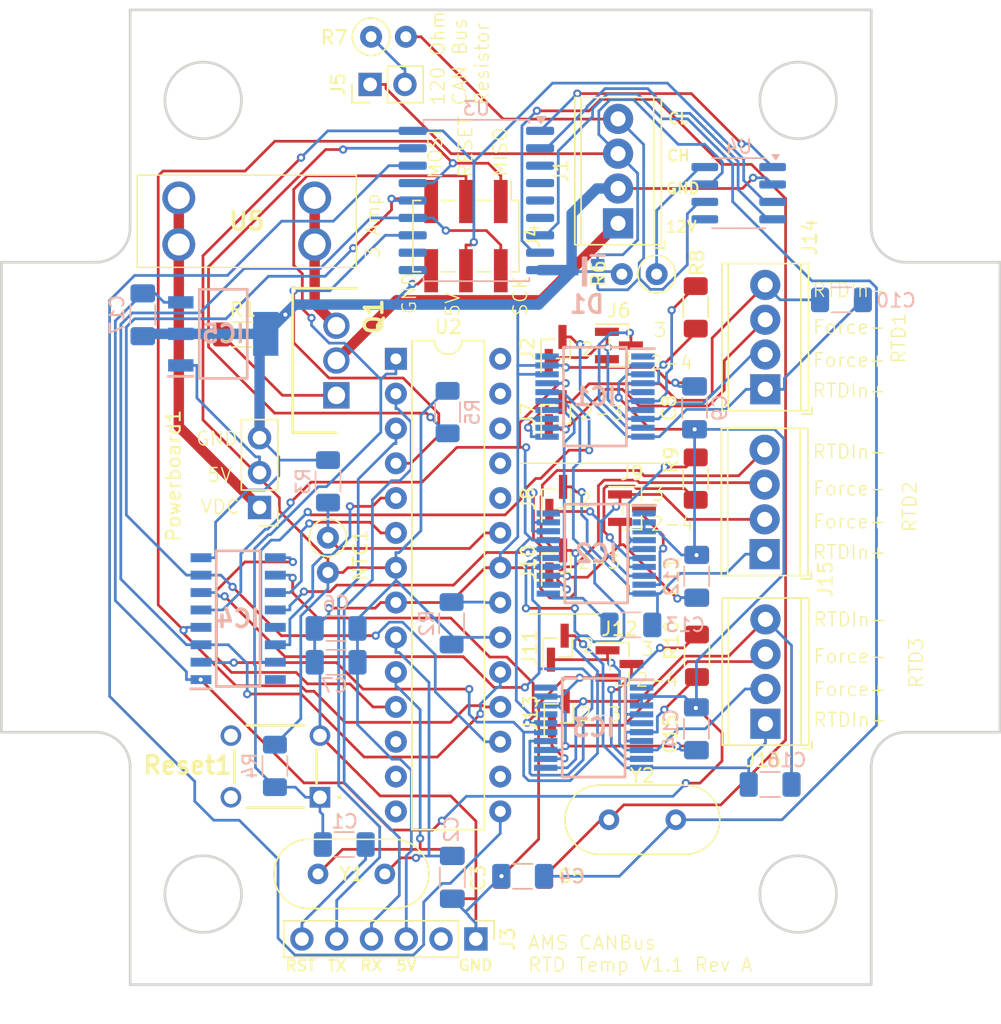
<source format=kicad_pcb>
(kicad_pcb (version 20240108) (generator "pcbnew") (generator_version "8.0")
  (layers (0 "F.Cu" signal) (31 "B.Cu" signal) (34 "B.Paste" user) (35 "F.Paste" user) (36 "B.SilkS" user "B.Silkscreen") (37 "F.SilkS" user "F.Silkscreen") (38 "B.Mask" user) (39 "F.Mask" user) (44 "Edge.Cuts" user))
  (net 0 "")
  (net 1 "GND")
  (net 2 "/BareMinAtmel328P/RESET")
  (net 3 "+5V")
  (net 4 "CANBUS_L")
  (net 5 "CANBUS_H")
  (net 6 "/MAX31865AAP+1/RTDIn+")
  (net 7 "/BareMinAtmel328P/PD0-RX")
  (net 8 "/BareMinAtmel328P/PD1-TX")
  (net 9 "+VDC")
  (net 10 "/BareMinAtmel328P/PC2-A2")
  (net 11 "/BareMinAtmel328P/PD4-D4")
  (net 12 "/BareMinAtmel328P/PB0-D8")
  (net 13 "/BareMinAtmel328P/PC4-A4-SDA")
  (net 14 "/BareMinAtmel328P/PD7-D7")
  (net 15 "/BareMinAtmel328P/PD6-D6")
  (net 16 "/BareMinAtmel328P/PC1-A1")
  (net 17 "/BareMinAtmel328P/PB2-D10-SS")
  (net 18 "/BareMinAtmel328P/PC5-A5-SCL")
  (net 19 "/BareMinAtmel328P/PD3-D3")
  (net 20 "/BareMinAtmel328P/PD5-D5")
  (net 21 "/BareMinAtmel328P/PC3-A3")
  (net 22 "/BareMinAtmel328P/PC0-A0")
  (net 23 "Net-(Q1-Pad1)")
  (net 24 "Net-(Q1-Pad3)")
  (net 25 "/BareMinAtmel328P/AREF")
  (net 28 "/BareMinAtmel328P/PB1-D9")
  (net 29 "/BareMinAtmel328P/PD2-D2")
  (net 30 "/CANBUS-MCP2515/RXtoCANTC")
  (net 31 "/CANBUS-MCP2515/TXtoCANTC")
  (net 32 "Net-(J3-Pin_6)")
  (net 33 "Net-(U2-XTAL1{slash}PB6)")
  (net 34 "Net-(U2-XTAL2{slash}PB7)")
  (net 35 "Net-(U3-OSC2)")
  (net 36 "Net-(U3-OSC1)")
  (net 37 "Net-(J1-Pin_1)")
  (net 39 "Net-(J5-Pin_2)")
  (net 40 "Net-(U3-~{RESET})")
  (net 41 "Net-(U4-Rs)")
  (net 49 "/MAX31865AAP+1/RTDin-")
  (net 50 "/MAX31865AAP+2/RTDIn+")
  (net 51 "/MAX31865AAP+2/RTDin-")
  (net 52 "/MAX31865AAP+3/RTDIn+")
  (net 53 "/MAX31865AAP+3/RTDin-")
  (net 54 "+3.3V")
  (net 56 "/MAX31865AAP+1/MOSI3v")
  (net 57 "Net-(IC1-BIAS)")
  (net 58 "/MAX31865AAP+1/SLC3v")
  (net 59 "/MAX31865AAP+1/CS3v")
  (net 60 "Net-(IC1-FORCE2)")
  (net 61 "Net-(IC1-ISENSOR)")
  (net 63 "/MAX31865AAP+1/MISO3v")
  (net 64 "/MAX31865AAP+1/FORCE+")
  (net 65 "/MAX31865AAP+1/FORCE-")
  (net 68 "/MAX31865AAP+2/CS3v")
  (net 69 "Net-(IC2-ISENSOR)")
  (net 70 "Net-(IC2-BIAS)")
  (net 71 "/MAX31865AAP+2/FORCE+")
  (net 72 "/MAX31865AAP+2/FORCE-")
  (net 73 "Net-(IC2-FORCE2)")
  (net 74 "/MAX31865AAP+3/CS3v")
  (net 75 "/MAX31865AAP+3/FORCE+")
  (net 76 "/MAX31865AAP+3/FORCE-")
  (net 78 "Net-(IC3-BIAS)")
  (net 79 "Net-(IC3-FORCE2)")
  (net 80 "Net-(IC3-ISENSOR)")
  (net 82 "MOSI")
  (net 84 "MISO")
  (net 85 "CLK")
  (footprint "Connector_PinHeader_1.00mm:PinHeader_1x02_P1.00mm_Vertical_SMD_Pin1Left" (layer "F.Cu") (at 152.5906 81.038 90)
    (property "Reference" "J2")
    (property "Value" "Conn_01x02")
  )
  (footprint "Capacitor_SMD:C_1206_3216Metric_Pad1.33x1.80mm_HandSolder" (layer "F.Cu") (at 145.0398 119.5882 -90)
    (property "Reference" "C3")
    (property "Value" "22pf")
  )
  (footprint "Connector_PinHeader_1.00mm:PinHeader_1x02_P1.00mm_Vertical_SMD_Pin1Left" (layer "F.Cu") (at 152.6311 96.614 90)
    (property "Reference" "J10")
    (property "Value" "Conn_01x02")
  )
  (footprint "Resistor_SMD:R_1206_3216Metric_Pad1.30x1.75mm_HandSolder" (layer "F.Cu") (at 129.7602 79.9853)
    (property "Reference" "R1")
    (property "Value" "10k")
  )
  (footprint "Capacitor_SMD:C_1206_3216Metric_Pad1.33x1.80mm_HandSolder" (layer "F.Cu") (at 162.7298 85.3347 90)
    (property "Reference" "C8")
    (property "Value" "0.33uF")
  )
  (footprint "Resistor_SMD:R_1206_3216Metric_Pad1.30x1.75mm_HandSolder" (layer "F.Cu") (at 162.9068 103.4265 -90)
    (property "Reference" "R10")
    (property "Value" "430")
  )
  (footprint "Resistor_THT:R_Axial_DIN0207_L6.3mm_D2.5mm_P2.54mm_Vertical" (layer "F.Cu") (at 139.1161 58.2607)
    (property "Reference" "R7")
    (property "Value" "120")
  )
  (footprint "TerminalBlock_Phoenix:TerminalBlock_Phoenix_MPT-0,5-4-2.54_1x04_P2.54mm_Horizontal" (layer "F.Cu") (at 157.148 71.8728 90)
    (property "Reference" "J1")
    (property "Value" "Power_And_CAN")
  )
  (footprint "Resistor_THT:R_Axial_DIN0207_L6.3mm_D2.5mm_P2.54mm_Vertical" (layer "F.Cu") (at 135.9656 94.8095 -90)
    (property "Reference" "NTC1")
    (property "Value" "10k")
  )
  (footprint "Connector_PinHeader_2.54mm:PinHeader_1x06_P2.54mm_Vertical" (layer "F.Cu") (at 146.7673 124.0947 -90)
    (property "Reference" "J3")
    (property "Value" "TTL_Programmer")
  )
  (footprint "TerminalBlock_Phoenix:TerminalBlock_Phoenix_MPT-0,5-4-2.54_1x04_P2.54mm_Horizontal" (layer "F.Cu") (at 167.8483 96.0137 90)
    (property "Reference" "J15")
    (property "Value" "RTD2")
  )
  (footprint "Resistor_SMD:R_1206_3216Metric_Pad1.30x1.75mm_HandSolder" (layer "F.Cu") (at 162.8145 90.5007 -90)
    (property "Reference" "R9")
    (property "Value" "430")
  )
  (footprint "Connector_PinHeader_1.00mm:PinHeader_1x02_P1.00mm_Vertical_SMD_Pin1Left" (layer "F.Cu") (at 152.5968 85.7952 90)
    (property "Reference" "J7")
    (property "Value" "Conn_01x02")
  )
  (footprint "SamacSys_Parts:3568" (layer "F.Cu") (at 134.9995 70.018 180)
    (property "Reference" "U5")
    (property "Value" "3568" (hide yes))
  )
  (footprint "Connector_PinHeader_1.00mm:PinHeader_1x02_P1.00mm_Vertical_SMD_Pin1Left" (layer "F.Cu") (at 152.6311 91.975 90)
    (property "Reference" "J8")
    (property "Value" "Conn_01x02")
  )
  (footprint "Capacitor_SMD:C_1206_3216Metric_Pad1.33x1.80mm_HandSolder" (layer "F.Cu") (at 162.8691 108.7524 -90)
    (property "Reference" "C15")
    (property "Value" "0.33uF")
  )
  (footprint "Resistor_THT:R_Axial_DIN0207_L6.3mm_D2.5mm_P2.54mm_Vertical" (layer "F.Cu") (at 159.9629 75.5823 180)
    (property "Reference" "R6")
    (property "Value" "17k")
  )
  (footprint "TerminalBlock_Phoenix:TerminalBlock_Phoenix_MPT-0,5-4-2.54_1x04_P2.54mm_Horizontal" (layer "F.Cu") (at 167.8921 83.9862 90)
    (property "Reference" "J14")
    (property "Value" "RTD1")
  )
  (footprint "TerminalBlock_Phoenix:TerminalBlock_Phoenix_MPT-0,5-4-2.54_1x04_P2.54mm_Horizontal" (layer "F.Cu") (at 167.9091 108.3906 90)
    (property "Reference" "J16")
    (property "Value" "RTD3")
  )
  (footprint "Connector_PinHeader_2.54mm:PinHeader_1x03_P2.54mm_Vertical" (layer "F.Cu") (at 130.9763 92.6026 180)
    (property "Reference" "Powerboard1")
    (property "Value" "Conn_01x03" (hide yes))
  )
  (footprint "Connector_PinHeader_2.54mm:PinHeader_2x03_P2.54mm_Vertical_SMD" (layer "F.Cu") (at 146.0451 72.807 -90)
    (property "Reference" "J4")
    (property "Value" "ICSP")
  )
  (footprint "Connector_PinHeader_1.00mm:PinHeader_1x03_P1.00mm_Vertical_SMD_Pin1Left" (layer "F.Cu") (at 158.1672 92.6568)
    (property "Reference" "J9")
    (property "Value" "Conn_01x03")
  )
  (footprint "Package_DIP:DIP-28_W7.62mm" (layer "F.Cu") (at 140.9295 81.7618)
    (property "Reference" "U2")
    (property "Value" "ATmega328P-P")
  )
  (footprint "Connector_PinHeader_2.54mm:PinHeader_1x02_P2.54mm_Vertical" (layer "F.Cu") (at 139.0496 61.7385 90)
    (property "Reference" "J5")
    (property "Value" "Conn_01x02")
  )
  (footprint "SamacSys_Parts:TO254P469X1042X1967-3P" (layer "F.Cu") (at 136.586 84.4236 90)
    (property "Reference" "Q1")
    (property "Value" "IRF9Z34NPBF" (hide yes))
  )
  (footprint "Resistor_SMD:R_1206_3216Metric_Pad1.30x1.75mm_HandSolder" (layer "F.Cu") (at 162.8162 78.0066 90)
    (property "Reference" "R8")
    (property "Value" "430")
  )
  (footprint "Crystal:Crystal_HC49-U_Vertical" (layer "F.Cu") (at 156.4829 115.3912)
    (property "Reference" "Y2")
    (property "Value" "16MHz")
  )
  (footprint "SamacSys_Parts:TS0266160BK260LCRD" (layer "F.Cu") (at 135.3853 113.7525 180)
    (property "Reference" "Reset1")
    (property "Value" "TS02-66-160-BK-260-LCR-D" (hide yes))
  )
  (footprint "Connector_PinHeader_1.00mm:PinHeader_1x03_P1.00mm_Vertical_SMD_Pin1Left" (layer "F.Cu") (at 157.2104 80.7882)
    (property "Reference" "J6")
    (property "Value" "Conn_01x03")
  )
  (footprint "Capacitor_SMD:C_1206_3216Metric_Pad1.33x1.80mm_HandSolder" (layer "F.Cu") (at 150.191 119.5342 180)
    (property "Reference" "C5")
    (property "Value" "22pf")
  )
  (footprint "Capacitor_SMD:C_1206_3216Metric_Pad1.33x1.80mm_HandSolder" (layer "F.Cu") (at 162.8897 97.6286 -90)
    (property "Reference" "C11")
    (property "Value" "0.33uF")
  )
  (footprint "Crystal:Crystal_HC49-U_Vertical" (layer "F.Cu") (at 135.2413 119.3453)
    (property "Reference" "Y1")
    (property "Value" "16MHz")
  )
  (footprint "Connector_PinHeader_1.00mm:PinHeader_1x03_P1.00mm_Vertical_SMD_Pin1Left" (layer "F.Cu") (at 157.2536 104.028)
    (property "Reference" "J12")
    (property "Value" "Conn_01x03")
  )
  (footprint "Connector_PinHeader_1.00mm:PinHeader_1x02_P1.00mm_Vertical_SMD_Pin1Left" (layer "F.Cu") (at 152.7489 102.8363 90)
    (property "Reference" "J11")
    (property "Value" "Conn_01x02")
  )
  (footprint "Connector_PinHeader_1.00mm:PinHeader_1x02_P1.00mm_Vertical_SMD_Pin1Left" (layer "F.Cu") (at 152.821 107.6287 90)
    (property "Reference" "J13")
    (property "Value" "Conn_01x02")
  )
  (footprint "Capacitor_SMD:C_1206_3216Metric_Pad1.33x1.80mm_HandSolder" (layer "B.Cu") (at 122.4525 78.5456 90)
    (property "Reference" "C17")
    (property "Value" "22uf")
  )
  (footprint "Capacitor_SMD:C_1206_3216Metric_Pad1.33x1.80mm_HandSolder" (layer "B.Cu") (at 145.0463 119.6007 -90)
    (property "Reference" "C2")
    (property "Value" "22pf")
  )
  (footprint "Package_SO:SOIC-8_3.9x4.9mm_P1.27mm" (layer "B.Cu") (at 165.9548 69.674 180)
    (property "Reference" "U4")
    (property "Value" "MCP2551-I-SN")
  )
  (footprint "SamacSys_Parts:SOP65P778X199-20N" (layer "B.Cu") (at 155.5548 95.9667 180)
    (property "Reference" "IC2")
    (property "Value" "MAX31865AAP+" (hide yes))
  )
  (footprint "Capacitor_SMD:C_1206_3216Metric_Pad1.33x1.80mm_HandSolder" (layer "B.Cu") (at 173.4551 77.4561)
    (property "Reference" "C10")
    (property "Value" "100nF")
  )
  (footprint "Resistor_SMD:R_1206_3216Metric_Pad1.30x1.75mm_HandSolder" (layer "B.Cu") (at 132.0964 111.4623 -90)
    (property "Reference" "R4")
    (property "Value" "10k")
  )
  (footprint "Capacitor_SMD:C_1206_3216Metric_Pad1.33x1.80mm_HandSolder" (layer "B.Cu") (at 162.7298 85.3347 90)
    (property "Reference" "C9")
    (property "Value" "0.33uF")
  )
  (footprint "Capacitor_SMD:C_1206_3216Metric_Pad1.33x1.80mm_HandSolder" (layer "B.Cu") (at 150.181 119.5151 180)
    (property "Reference" "C4")
    (property "Value" "22pf")
  )
  (footprint "Package_SO:SOIC-18W_7.5x11.6mm_P1.27mm" (layer "B.Cu") (at 146.8051 70.207 180)
    (property "Reference" "U3")
    (property "Value" "MCP2515-xSO")
  )
  (footprint "Resistor_SMD:R_1206_3216Metric_Pad1.30x1.75mm_HandSolder" (layer "B.Cu") (at 144.703 85.6468 90)
    (property "Reference" "R5")
    (property "Value" "10k")
  )
  (footprint "Resistor_SMD:R_1206_3216Metric_Pad1.30x1.75mm_HandSolder" (layer "B.Cu") (at 135.973 90.6987 -90)
    (property "Reference" "R3")
    (property "Value" "10k")
  )
  (footprint "SamacSys_Parts:SOP65P778X199-20N" (layer "B.Cu") (at 155.364 108.6758 180)
    (property "Reference" "IC3")
    (property "Value" "MAX31865AAP+" (hide yes))
  )
  (footprint "Capacitor_SMD:C_1206_3216Metric_Pad1.33x1.80mm_HandSolder" (layer "B.Cu") (at 137.1546 117.1997 180)
    (property "Reference" "C1")
    (property "Value" "100nf")
  )
  (footprint "SamacSys_Parts:SOIC127P600X175-16N" (layer "B.Cu") (at 129.414 100.7186)
    (property "Reference" "IC4")
    (property "Value" "CD74HC4050ME4" (hide yes))
  )
  (footprint "Resistor_SMD:R_1206_3216Metric_Pad1.30x1.75mm_HandSolder" (layer "B.Cu") (at 144.9956 101.059 -90)
    (property "Reference" "R2")
    (property "Value" "4.7k")
  )
  (footprint "SamacSys_Parts:SOP65P778X199-20N" (layer "B.Cu") (at 155.463 84.5162 180)
    (property "Reference" "IC1")
    (property "Value" "MAX31865AAP+" (hide yes))
  )
  (footprint "Capacitor_SMD:C_1206_3216Metric_Pad1.33x1.80mm_HandSolder" (layer "B.Cu") (at 162.8897 97.6286 -90)
    (property "Reference" "C12")
    (property "Value" "0.33uF")
  )
  (footprint "SamacSys_Parts:SOT230P700X180-4N" (layer "B.Cu") (at 128.3273 79.9385)
    (property "Reference" "IC5")
    (property "Value" "AZ1117CH2-3.3TRG1" (hide yes))
  )
  (footprint "Capacitor_SMD:C_1206_3216Metric_Pad1.33x1.80mm_HandSolder" (layer "B.Cu") (at 136.5636 103.9015 180)
    (property "Reference" "C7")
    (property "Value" "100nf")
  )
  (footprint "Capacitor_SMD:C_1206_3216Metric_Pad1.33x1.80mm_HandSolder" (layer "B.Cu") (at 158.0835 101.1754)
    (property "Reference" "C13")
    (property "Value" "100nF")
  )
  (footprint "SamacSys_Parts:SOT65P210X110-3N" (layer "B.Cu") (at 154.7059 75.3941 180)
    (property "Reference" "D1")
    (property "Value" "PESD5V0L2UU,115" (hide yes))
  )
  (footprint "Capacitor_SMD:C_1206_3216Metric_Pad1.33x1.80mm_HandSolder" (layer "B.Cu") (at 136.5599 101.4316 180)
    (property "Reference" "C6")
    (property "Value" "100nf")
  )
  (footprint "Capacitor_SMD:C_1206_3216Metric_Pad1.33x1.80mm_HandSolder" (layer "B.Cu") (at 162.8691 108.7524 -90)
    (property "Reference" "C14")
    (property "Value" "0.33uF")
  )
  (footprint "Capacitor_SMD:C_1206_3216Metric_Pad1.33x1.80mm_HandSolder" (layer "B.Cu") (at 168.2486 112.8194 180)
    (property "Reference" "C16")
    (property "Value" "100nF")
  )
  (gr_line (start 155.749714 100.377371) (end 150.642036 100.377371) (stroke (width 0.1)) (layer "F.SilkS"))
  (gr_line (start 150.017978 89.374742) (end 160.270845 89.378744) (stroke (width 0.1)) (layer "F.SilkS"))
  (gr_curve (pts (xy 175.629317 111.545738) (xy 175.629317 110.142934) (xy 176.766514 109.005738) (xy 178.169317 109.005738)) (stroke (width 0.2)) (layer "Edge.Cuts"))
  (gr_line (start 121.5273 56.300729) (end 121.5273 72.175733) (stroke (width 0.2)) (layer "Edge.Cuts"))
  (gr_curve (pts (xy 118.9873 109.005738) (xy 120.390104 109.005738) (xy 121.5273 110.142934) (xy 121.5273 111.545738)) (stroke (width 0.2)) (layer "Edge.Cuts"))
  (gr_circle (center 170.295309 62.904725) (end 173.089309 62.904725) (stroke (width 0.2)) (fill none) (layer "Edge.Cuts"))
  (gr_line (start 175.629317 127.420721) (end 175.629317 111.545738) (stroke (width 0.2)) (layer "Edge.Cuts"))
  (gr_line (start 185.0273 74.715733) (end 178.169317 74.715733) (stroke (width 0.2)) (layer "Edge.Cuts"))
  (gr_curve (pts (xy 121.5273 72.175733) (xy 121.5273 73.578537) (xy 120.390104 74.715733) (xy 118.9873 74.715733)) (stroke (width 0.2)) (layer "Edge.Cuts"))
  (gr_line (start 121.5273 111.545738) (end 121.5273 127.420721) (stroke (width 0.2)) (layer "Edge.Cuts"))
  (gr_line (start 112.129317 74.715733) (end 112.129317 109.005738) (stroke (width 0.2)) (layer "Edge.Cuts"))
  (gr_line (start 121.5273 127.420721) (end 175.629317 127.420721) (stroke (width 0.2)) (layer "Edge.Cuts"))
  (gr_circle (center 170.295309 120.816725) (end 173.089309 120.816725) (stroke (width 0.2)) (fill none) (layer "Edge.Cuts"))
  (gr_line (start 175.629317 56.300729) (end 121.5273 56.300729) (stroke (width 0.2)) (layer "Edge.Cuts"))
  (gr_line (start 178.169317 109.005738) (end 185.0273 109.005738) (stroke (width 0.2)) (layer "Edge.Cuts"))
  (gr_circle (center 126.861309 62.904725) (end 129.655309 62.904725) (stroke (width 0.2)) (fill none) (layer "Edge.Cuts"))
  (gr_line (start 185.0273 109.005738) (end 185.0273 74.715733) (stroke (width 0.2)) (layer "Edge.Cuts"))
  (gr_line (start 112.129317 109.005738) (end 118.9873 109.005738) (stroke (width 0.2)) (layer "Edge.Cuts"))
  (gr_line (start 118.9873 74.715733) (end 112.129317 74.715733) (stroke (width 0.2)) (layer "Edge.Cuts"))
  (gr_circle (center 126.861309 120.816725) (end 129.655309 120.816725) (stroke (width 0.2)) (fill none) (layer "Edge.Cuts"))
  (gr_curve (pts (xy 178.169317 74.715733) (xy 176.766514 74.715733) (xy 175.629317 73.578537) (xy 175.629317 72.175733)) (stroke (width 0.2)) (layer "Edge.Cuts"))
  (gr_line (start 175.629317 72.175733) (end 175.629317 56.300729) (stroke (width 0.2)) (layer "Edge.Cuts"))
  (gr_text "GND" (at 142.490484 78.577179 90) (layer "F.SilkS") (effects (font (size 1 1) (thickness 0.1)) (justify left bottom)))
  (gr_text "120 Ohm \nCAN Bus \nResistor" (at 147.795716 63.344447 90) (layer "F.SilkS") (effects (font (size 1 1) (thickness 0.1)) (justify left bottom)))
  (gr_text "Force-" (at 171.350214 104.04752 0) (layer "F.SilkS") (effects (font (size 1 1) (thickness 0.1)) (justify left bottom)))
  (gr_text "3" (at 159.690193 80.247864 0) (layer "F.SilkS") (effects (font (size 1 1) (thickness 0.1)) (justify left bottom)))
  (gr_text "2" (at 154.189376 92.655598 0) (layer "F.SilkS") (effects (font (size 1 1) (thickness 0.1)) (justify left bottom)))
  (gr_text "RTDIn+" (at 171.284061 96.447076 0) (layer "F.SilkS") (effects (font (size 1 1) (thickness 0.1)) (justify left bottom)))
  (gr_text "RTD1" (at 178.22405 82.175432 90) (layer "F.SilkS") (effects (font (size 1 1) (thickness 0.1)) (justify left bottom)))
  (gr_text "2-3" (at 154.198473 108.288159 0) (layer "F.SilkS") (effects (font (size 1 1) (thickness 0.1)) (justify left bottom)))
  (gr_text "Force-" (at 171.297457 80.026254 0) (layer "F.SilkS") (effects (font (size 1 1) (thickness 0.1)) (justify left bottom)))
  (gr_text "Force-" (at 171.30787 91.810133 0) (layer "F.SilkS") (effects (font (size 1 1) (thickness 0.1)) (justify left bottom)))
  (gr_text "RTDIn+" (at 171.273648 84.663197 0) (layer "F.SilkS") (effects (font (size 1 1) (thickness 0.1)) (justify left bottom)))
  (gr_text "Force+" (at 171.350214 106.454595 0) (layer "F.SilkS") (effects (font (size 1 1) (thickness 0.1)) (justify left bottom)))
  (gr_text "Force+" (at 171.30787 94.217208 0) (layer "F.SilkS") (effects (font (size 1 1) (thickness 0.1)) (justify left bottom)))
  (gr_text "CH" (at 160.638887 67.408059 0) (layer "F.SilkS") (effects (font (size 0.8 0.8) (thickness 0.15) (bold yes)) (justify left bottom)))
  (gr_text "CL" (at 160.718628 64.696854 0) (layer "F.SilkS") (effects (font (size 0.8 0.8) (thickness 0.15) (bold yes)) (justify left bottom)))
  (gr_text "3" (at 158.750437 103.521443 0) (layer "F.SilkS") (effects (font (size 1 1) (thickness 0.1)) (justify left bottom)))
  (gr_text "SCK" (at 150.595068 78.714346 90) (layer "F.SilkS") (effects (font (size 1 1) (thickness 0.1)) (justify left bottom)))
  (gr_text "2-4" (at 158.365345 105.771545 0) (layer "F.SilkS") (effects (font (size 1 1) (thickness 0.1)) (justify left bottom)))
  (gr_text "GND" (at 145.415536 126.480591 0) (layer "F.SilkS") (effects (font (size 0.8 0.8) (thickness 0.15) (bold yes)) (justify left bottom)))
  (gr_text "RTDIn-" (at 171.284061 89.122478 0) (layer "F.SilkS") (effects (font (size 1 1) (thickness 0.1)) (justify left bottom)))
  (gr_text "RTDIn-" (at 171.273648 77.338599 0) (layer "F.SilkS") (effects (font (size 1 1) (thickness 0.1)) (justify left bottom)))
  (gr_text "RST" (at 132.791712 126.507341 0) (layer "F.SilkS") (effects (font (size 0.8 0.8) (thickness 0.15) (bold yes)) (justify left bottom)))
  (gr_text "5V" (at 140.87107 126.507341 0) (layer "F.SilkS") (effects (font (size 0.8 0.8) (thickness 0.15) (bold yes)) (justify left bottom)))
  (gr_text "3" (at 159.507031 92.215112 0) (layer "F.SilkS") (effects (font (size 1 1) (thickness 0.1)) (justify left bottom)))
  (gr_text "MOSI" (at 144.39639 68.697574 90) (layer "F.SilkS") (effects (font (size 1 1) (thickness 0.1)) (justify left bottom)))
  (gr_text "2-3" (at 154.117731 97.169237 0) (layer "F.SilkS") (effects (font (size 1 1) (thickness 0.1)) (justify left bottom)))
  (gr_text "GND" (at 160.559146 69.800299 0) (layer "F.SilkS") (effects (font (size 0.8 0.8) (thickness 0.15) (bold yes)) (justify left bottom)))
  (gr_text "RX" (at 138.25716 126.494835 0) (layer "F.SilkS") (effects (font (size 0.8 0.8) (thickness 0.15) (bold yes)) (justify left bottom)))
  (gr_text "GND" (at 126.269316 88.173773 0) (layer "F.SilkS") (effects (font (size 1 1) (thickness 0.1)) (justify left bottom)))
  (gr_text "2" (at 154.353748 81.667517 0) (layer "F.SilkS") (effects (font (size 1 1) (thickness 0.1)) (justify left bottom)))
  (gr_text "2" (at 154.40408 103.267208 0) (layer "F.SilkS") (effects (font (size 1 1) (thickness 0.1)) (justify left bottom)))
  (gr_text "RTDIn-" (at 171.326405 101.359865 0) (layer "F.SilkS") (effects (font (size 1 1) (thickness 0.1)) (justify left bottom)))
  (gr_text "2-3" (at 154.344793 86.30952 0) (layer "F.SilkS") (effects (font (size 1 1) (thickness 0.1)) (justify left bottom)))
  (gr_text "2-4" (at 159.461921 94.386356 0) (layer "F.SilkS") (effects (font (size 1 1) (thickness 0.1)) (justify left bottom)))
  (gr_text "TX" (at 135.830852 126.519848 0) (layer "F.SilkS") (effects (font (size 0.8 0.8) (thickness 0.15) (bold yes)) (justify left bottom)))
  (gr_text "12V" (at 160.559146 72.591246 0) (layer "F.SilkS") (effects (font (size 0.8 0.8) (thickness 0.15) (bold yes)) (justify left bottom)))
  (gr_text "AMS CANBus\nRTD Temp V1.1 Rev A" (at 150.512323 126.558892 0) (layer "F.SilkS") (effects (font (size 1 1) (thickness 0.1)) (justify left bottom)))
  (gr_text "5V" (at 127.091727 90.818777 0) (layer "F.SilkS") (effects (font (size 1 1) (thickness 0.1)) (justify left bottom)))
  (gr_text "3 Amp" (at 139.829903 74.55505 90) (layer "F.SilkS") (effects (font (size 1 1) (thickness 0.1)) (justify left bottom)))
  (gr_text "RTDIn+" (at 171.326405 108.684463 0) (layer "F.SilkS") (effects (font (size 1 1) (thickness 0.1)) (justify left bottom)))
  (gr_text "RTD3" (at 179.49699 105.869758 90) (layer "F.SilkS") (effects (font (size 1 1) (thickness 0.1)) (justify left bottom)))
  (gr_text "RTD2" (at 179.030506 94.486352 90) (layer "F.SilkS") (effects (font (size 1 1) (thickness 0.1)) (justify left bottom)))
  (gr_text "VDC" (at 126.604589 93.152572 0) (layer "F.SilkS") (effects (font (size 1 1) (thickness 0.1)) (justify left bottom)))
  (gr_text "MISO" (at 149.134678 68.555049 90) (layer "F.SilkS") (effects (font (size 1 1) (thickness 0.1)) (justify left bottom)))
  (gr_text "RESET" (at 146.592921 68.609515 90) (layer "F.SilkS") (effects (font (size 1 1) (thickness 0.1)) (justify left bottom)))
  (gr_text "Force+" (at 171.297457 82.433329 0) (layer "F.SilkS") (effects (font (size 1 1) (thickness 0.1)) (justify left bottom)))
  (gr_text "2-4" (at 159.421524 82.630062 0) (layer "F.SilkS") (effects (font (size 1 1) (thickness 0.1)) (justify left bottom)))
  (gr_text "5V" (at 145.665874 78.768812 90) (layer "F.SilkS") (effects (font (size 1 1) (thickness 0.1)) (justify left bottom)))
  (segment (start 161.3242 83.5049) (end 162.4625 83.5049) (width 0.2) (layer "F.Cu") (net 1))
  (segment (start 161.4771 99.2515) (end 161.5375 99.1911) (width 0.2) (layer "F.Cu") (net 1))
  (segment (start 153.4171 97.6171) (end 153.4966 97.6966) (width 0.2) (layer "F.Cu") (net 1))
  (segment (start 151.495 96.978243) (end 151.495 95.4015) (width 0.2) (layer "F.Cu") (net 1))
  (segment (start 156.3354 81.7882) (end 156.3354 82.3899) (width 0.2) (layer "F.Cu") (net 1))
  (segment (start 152.1648 99.1993) (end 151.495 98.5295) (width 0.2) (layer "F.Cu") (net 1))
  (segment (start 161.5375 99.1911) (end 162.8897 99.1911) (width 0.2) (layer "F.Cu") (net 1))
  (segment (start 154.3501 105.028) (end 153.2717 105.028) (width 0.2) (layer "F.Cu") (net 1))
  (segment (start 161.4771 99.2515) (end 157.5479 95.3223) (width 0.2) (layer "F.Cu") (net 1))
  (segment (start 153.4966 97.6966) (end 154.0199 97.6966) (width 0.2) (layer "F.Cu") (net 1))
  (segment (start 161.4633 110.0165) (end 153.3045 110.0165) (width 0.2) (layer "F.Cu") (net 1))
  (segment (start 146.7673 121.1507) (end 146.771518 121.146482) (width 0.2) (layer "F.Cu") (net 1))
  (segment (start 146.7673 121.1507) (end 145.0398 121.1507) (width 0.2) (layer "F.Cu") (net 1))
  (segment (start 151.471443 97.0018) (end 151.495 96.978243) (width 0.2) (layer "F.Cu") (net 1))
  (segment (start 153.6567 99.1993) (end 152.1648 99.1993) (width 0.2) (layer "F.Cu") (net 1))
  (segment (start 157.148 69.3328) (end 166.2226 69.3328) (width 0.2) (layer "F.Cu") (net 1))
  (segment (start 166.2226 69.3328) (end 167.0033 68.5521) (width 0.2) (layer "F.Cu") (net 1))
  (segment (start 144.9078 99.5418) (end 147.4478 97.0018) (width 0.2) (layer "F.Cu") (net 1))
  (segment (start 162.5707 110.0165) (end 161.4633 110.0165) (width 0.2) (layer "F.Cu") (net 1))
  (segment (start 154.3501 105.028) (end 156.3786 105.028) (width 0.2) (layer "F.Cu") (net 1))
  (segment (start 146.7673 124.0947) (end 146.7673 121.1507) (width 0.2) (layer "F.Cu") (net 1))
  (segment (start 151.495 98.5295) (end 151.495 96.978243) (width 0.2) (layer "F.Cu") (net 1))
  (segment (start 142.1371 76.2948) (end 142.5423 76.2948) (width 0.2) (layer "F.Cu") (net 1))
  (segment (start 146.771518 121.146482) (end 146.771518 115.497323) (width 0.2) (layer "F.Cu") (net 1))
  (segment (start 156.3354 82.3899) (end 153.3358 82.3899) (width 0.2) (layer "F.Cu") (net 1))
  (segment (start 154.0199 98.8361) (end 153.6567 99.1993) (width 0.2) (layer "F.Cu") (net 1))
  (segment (start 144.927495 113.6533) (end 139.7861 113.6533) (width 0.2) (layer "F.Cu") (net 1))
  (segment (start 151.3494 116.8133) (end 148.6285 119.5342) (width 0.2) (layer "F.Cu") (net 1))
  (segment (start 154.0199 97.6966) (end 154.0199 98.8361) (width 0.2) (layer "F.Cu") (net 1))
  (segment (start 157.2922 95.3223) (end 157.2922 93.6568) (width 0.2) (layer "F.Cu") (net 1))
  (segment (start 141.4804 99.5418) (end 144.9078 99.5418) (width 0.2) (layer "F.Cu") (net 1))
  (segment (start 139.4182 99.9514) (end 136.0355 99.9514) (width 0.2) (layer "F.Cu") (net 1))
  (segment (start 157.5479 95.3223) (end 157.2922 95.3223) (width 0.2) (layer "F.Cu") (net 1))
  (segment (start 132.7633 78.5322) (end 131.3102 79.9853) (width 0.2) (layer "F.Cu") (net 1))
  (segment (start 139.7861 113.6533) (end 135.3853 109.2525) (width 0.2) (layer "F.Cu") (net 1))
  (segment (start 140.9295 99.5418) (end 139.8278 99.5418) (width 0.2) (layer "F.Cu") (net 1))
  (segment (start 160.9222 83.5049) (end 159.8072 82.3899) (width 0.2) (layer "F.Cu") (net 1))
  (segment (start 146.771518 115.497323) (end 144.927495 113.6533) (width 0.2) (layer "F.Cu") (net 1))
  (segment (start 153.2717 105.028) (end 151.3494 106.9503) (width 0.2) (layer "F.Cu") (net 1))
  (segment (start 151.3494 106.9503) (end 151.3494 116.8133) (width 0.2) (layer "F.Cu") (net 1))
  (segment (start 151.495 95.4015) (end 150.9709 94.8774) (width 0.2) (layer "F.Cu") (net 1))
  (segment (start 159.8072 82.3899) (end 156.3354 82.3899) (width 0.2) (layer "F.Cu") (net 1))
  (segment (start 142.5423 76.2948) (end 143.5051 75.332) (width 0.2) (layer "F.Cu") (net 1))
  (segment (start 132.8577 78.5322) (end 132.7633 78.5322) (width 0.2) (layer "F.Cu") (net 1))
  (segment (start 139.8278 99.5418) (end 139.4182 99.9514) (width 0.2) (layer "F.Cu") (net 1))
  (segment (start 148.5495 97.0018) (end 151.471443 97.0018) (width 0.2) (layer "F.Cu") (net 1))
  (segment (start 148.5495 97.0018) (end 147.4478 97.0018) (width 0.2) (layer "F.Cu") (net 1))
  (segment (start 150.9709 94.8774) (end 150.9709 91.5257) (width 0.2) (layer "F.Cu") (net 1))
  (segment (start 161.3242 83.5049) (end 160.9222 83.5049) (width 0.2) (layer "F.Cu") (net 1))
  (segment (start 154.9179 97.6966) (end 157.2922 95.3223) (width 0.2) (layer "F.Cu") (net 1))
  (segment (start 154.0199 97.6966) (end 154.9179 97.6966) (width 0.2) (layer "F.Cu") (net 1))
  (via (at 148.637496 119.508082) (size 0.6) (drill 0.3) (layers "F.Cu" "B.Cu") (net 1))
  (via (at 167.0033 68.5521) (size 0.6) (drill 0.3) (layers "F.Cu" "B.Cu") (net 1))
  (via (at 132.8577 78.5322) (size 0.6) (drill 0.3) (layers "F.Cu" "B.Cu") (net 1))
  (via (at 136.0355 99.9514) (size 0.6) (drill 0.3) (layers "F.Cu" "B.Cu") (net 1))
  (via (at 161.4633 110.0165) (size 0.6) (drill 0.3) (layers "F.Cu" "B.Cu") (net 1))
  (via (at 154.3501 105.028) (size 0.6) (drill 0.3) (layers "F.Cu" "B.Cu") (net 1))
  (via (at 153.4171 97.6171) (size 0.6) (drill 0.3) (layers "F.Cu" "B.Cu") (net 1))
  (via (at 142.1371 76.2948) (size 0.6) (drill 0.3) (layers "F.Cu" "B.Cu") (net 1))
  (via (at 153.3045 110.0165) (size 0.6) (drill 0.3) (layers "F.Cu" "B.Cu") (net 1))
  (via (at 161.3242 83.5049) (size 0.6) (drill 0.3) (layers "F.Cu" "B.Cu") (net 1))
  (via (at 153.3358 82.3899) (size 0.6) (drill 0.3) (layers "F.Cu" "B.Cu") (net 1))
  (via (at 150.9709 91.5257) (size 0.6) (drill 0.3) (layers "F.Cu" "B.Cu") (net 1))
  (via (at 161.4771 99.2515) (size 0.6) (drill 0.3) (layers "F.Cu" "B.Cu") (net 1))
  (segment (start 149.8288 94.752) (end 148.6807 95.9001) (width 0.2) (layer "B.Cu") (net 1))
  (segment (start 153.1192 82.2412) (end 153.2679 82.3899) (width 0.2) (layer "B.Cu") (net 1))
  (segment (start 150.8108 82.2412) (end 149.832635 82.2412) (width 0.2) (layer "B.Cu") (net 1))
  (segment (start 150.9041 93.6917) (end 150.9026 93.6902) (width 0.2) (layer "B.Cu") (net 1))
  (segment (start 153.649 75.287) (end 153.756 75.3941) (width 0.762) (layer "B.Cu") (net 1))
  (segment (start 153.0202 110.3008) (end 153.3045 110.0165) (width 0.2) (layer "B.Cu") (net 1))
  (segment (start 149.8288 82.871277) (end 149.8288 86.122684) (width 0.2) (layer "B.Cu") (net 1))
  (segment (start 150.9026 93.6917) (end 150.9026 94.3417) (width 0.2) (layer "B.Cu") (net 1))
  (segment (start 149.847316 86.1412) (end 149.8288 86.122684) (width 0.2) (layer "B.Cu") (net 1))
  (segment (start 148.625518 119.508082) (end 148.637496 119.508082) (width 0.2) (layer "B.Cu") (net 1))
  (segment (start 162.8897 99.1911) (end 161.5375 99.1911) (width 0.2) (layer "B.Cu") (net 1))
  (segment (start 136.0355 100.3935) (end 134.9974 101.4316) (width 0.2) (layer "B.Cu") (net 1))
  (segment (start 148.5495 97.0018) (end 148.5495 95.9001) (width 0.2) (layer "B.Cu") (net 1))
  (segment (start 167.9429 68.5521) (end 167.0033 68.5521) (width 0.2) (layer "B.Cu") (net 1))
  (segment (start 149.832635 82.2412) (end 149.8288 82.245035) (width 0.2) (layer "B.Cu") (net 1))
  (segment (start 146.7673 124.0947) (end 146.7673 122.943) (width 0.2) (layer "B.Cu") (net 1))
  (segment (start 146.0084 122.1252) (end 145.0463 121.1632) (width 0.2) (layer "B.Cu") (net 1))
  (segment (start 146.7673 122.943) (end 146.2512 122.4269) (width 0.2) (layer "B.Cu") (net 1))
  (segment (start 132.6973 78.6683) (end 132.7216 78.6683) (width 0.2) (layer "B.Cu") (net 1))
  (segment (start 162.7298 83.7722) (end 161.5915 83.7722) (width 0.2) (layer "B.Cu") (net 1))
  (segment (start 153.2742 75.8758) (end 151.347 77.8026) (width 0.762) (layer "B.Cu") (net 1))
  (segment (start 153.2742 75.8758) (end 153.7559 75.3941) (width 0.2) (layer "B.Cu") (net 1))
  (segment (start 132.3822 88.9285) (end 130.9763 87.5226) (width 0.2) (layer "B.Cu") (net 1))
  (segment (start 130.1081 91.3327) (end 131.337 91.3327) (width 0.2) (layer "B.Cu") (net 1))
  (segment (start 148.637496 119.496104) (end 146.0084 122.1252) (width 0.2) (layer "B.Cu") (net 1))
  (segment (start 157.148 69.3328) (end 155.592 69.3328) (width 0.762) (layer "B.Cu") (net 1))
  (segment (start 132.3822 89.1487) (end 135.973 89.1487) (width 0.2) (layer "B.Cu") (net 1))
  (segment (start 133.563 77.8026) (end 132.6973 78.6683) (width 0.762) (layer "B.Cu") (net 1))
  (segment (start 127.7662 96.2736) (end 127.7662 93.6746) (width 0.2) (layer "B.Cu") (net 1))
  (segment (start 153.3045 107.59) (end 153.3045 110.0165) (width 0.2) (layer "B.Cu") (net 1))
  (segment (start 146.2512 122.4269) (end 146.2512 122.3681) (width 0.2) (layer "B.Cu") (net 1))
  (segment (start 153.756 75.3941) (end 153.2742 75.8758) (width 0.762) (layer "B.Cu") (net 1))
  (segment (start 151.866 106.4008) (end 153.0202 106.4008) (width 0.2) (layer "B.Cu") (net 1))
  (segment (start 150.9026 91.594) (end 150.9709 91.5257) (width 0.2) (layer "B.Cu") (net 1))
  (segment (start 168.4298 69.039) (end 167.9429 68.5521) (width 0.2) (layer "B.Cu") (net 1))
  (segment (start 148.6807 95.9001) (end 148.5495 95.9001) (width 0.2) (layer "B.Cu") (net 1))
  (segment (start 152.4431 107.0508) (end 152.7653 107.0508) (width 0.2) (layer "B.Cu") (net 1))
  (segment (start 131.337 91.3327) (end 132.3822 90.2875) (width 0.2) (layer "B.Cu") (net 1))
  (segment (start 153.756 71.1692) (end 153.756 75.3941) (width 0.762) (layer "B.Cu") (net 1))
  (segment (start 152.7653 107.0508) (end 153.0202 106.7959) (width 0.2) (layer "B.Cu") (net 1))
  (segment (start 132.6973 78.6683) (end 131.427 79.9385) (width 0.762) (layer "B.Cu") (net 1))
  (segment (start 153.0202 106.4008) (end 154.3501 105.0709) (width 0.2) (layer "B.Cu") (net 1))
  (segment (start 125.2273 79.9385) (end 122.622 79.9385) (width 0.762) (layer "B.Cu") (net 1))
  (segment (start 127.7662 93.6746) (end 130.1081 91.3327) (width 0.2) (layer "B.Cu") (net 1))
  (segment (start 131.427 79.9385) (end 125.2273 79.9385) (width 0.762) (layer "B.Cu") (net 1))
  (segment (start 151.965 82.2412) (end 150.8108 82.2412) (width 0.2) (layer "B.Cu") (net 1))
  (segment (start 149.8696 77.8026) (end 149.8288 77.8434) (width 0.2) (layer "B.Cu") (net 1))
  (segment (start 140.6293 77.8026) (end 142.1371 76.2948) (width 0.2) (layer "B.Cu") (net 1))
  (segment (start 157.2347 75.3941) (end 153.756 75.3941) (width 0.2) (layer "B.Cu") (net 1))
  (segment (start 151.866 110.3008) (end 153.0202 110.3008) (width 0.2) (layer "B.Cu") (net 1))
  (segment (start 146.2512 122.3681) (end 146.0084 122.1252) (width 0.2) (layer "B.Cu") (net 1))
  (segment (start 149.8288 77.8434) (end 149.8288 82.245035) (width 0.2) (layer "B.Cu") (net 1))
  (segment (start 152.0568 94.3417) (end 150.9026 94.3417) (width 0.2) (layer "B.Cu") (net 1))
  (segment (start 149.8288 82.245035) (end 149.8288 82.871277) (width 0.2) (layer "B.Cu") (net 1))
  (segment (start 148.637496 119.508082) (end 148.637496 119.496104) (width 0.2) (layer "B.Cu") (net 1))
  (segment (start 152.0568 93.6917) (end 151.0035 93.6917) (width 0.2) (layer "B.Cu") (net 1))
  (segment (start 148.6185 119.5151) (end 148.625518 119.508082) (width 0.2) (layer "B.Cu") (net 1))
  (segment (start 150.9041 93.6917) (end 150.9026 93.6917) (width 0.2) (layer "B.Cu") (net 1))
  (segment (start 152.7653 107.0508) (end 153.3045 107.59) (width 0.2) (layer "B.Cu") (net 1))
  (segment (start 152.0568 97.5917) (end 153.211 97.5917) (width 0.2) (layer "B.Cu") (net 1))
  (segment (start 155.592 69.3328) (end 153.756 71.1692) (width 0.762) (layer "B.Cu") (net 1))
  (segment (start 153.2364 97.6171) (end 153.211 97.5917) (width 0.2) (layer "B.Cu") (net 1))
  (segment (start 161.5915 83.7722) (end 161.3242 83.5049) (width 0.2) (layer "B.Cu") (net 1))
  (segment (start 153.2679 82.3899) (end 153.3358 82.3899) (width 0.2) (layer "B.Cu") (net 1))
  (segment (start 151.347 77.8026) (end 149.8696 77.8026) (width 0.762) (layer "B.Cu") (net 1))
  (segment (start 132.3822 90.2875) (end 132.3822 89.1487) (width 0.2) (layer "B.Cu") (net 1))
  (segment (start 151.4551 75.287) (end 153.649 75.287) (width 0.762) (layer "B.Cu") (net 1))
  (segment (start 153.0202 106.7959) (end 153.0202 106.4008) (width 0.2) (layer "B.Cu") (net 1))
  (segment (start 135.3853 104.2857) (end 135.3853 109.2525) (width 0.2) (layer "B.Cu") (net 1))
  (segment (start 154.3501 105.0709) (end 154.3501 105.028) (width 0.2) (layer "B.Cu") (net 1))
  (segment (start 149.8696 77.8026) (end 140.6293 77.8026) (width 0.762) (layer "B.Cu") (net 1))
  (segment (start 151.965 82.8912) (end 149.848723 82.8912) (width 0.2) (layer "B.Cu") (net 1))
  (segment (start 151.0035 93.6917) (end 150.9041 93.6917) (width 0.2) (layer "B.Cu") (net 1))
  (segment (start 135.0011 101.4353) (end 135.0011 103.9015) (width 0.2) (layer "B.Cu") (net 1))
  (segment (start 153.4171 97.6171) (end 153.2364 97.6171) (width 0.2) (layer "B.Cu") (net 1))
  (segment (start 136.0355 99.9514) (end 136.0355 100.3935) (width 0.2) (layer "B.Cu") (net 1))
  (segment (start 161.5375 99.1911) (end 161.4771 99.2515) (width 0.2) (layer "B.Cu") (net 1))
  (segment (start 150.9026 93.6902) (end 150.9026 91.594) (width 0.2) (layer "B.Cu") (net 1))
  (segment (start 132.3822 89.1487) (end 132.3822 88.9285) (width 0.2) (layer "B.Cu") (net 1))
  (segment (start 149.8288 86.122684) (end 149.8288 94.752) (width 0.2) (layer "B.Cu") (net 1))
  (segment (start 151.965 86.1412) (end 149.847316 86.1412) (width 0.2) (layer "B.Cu") (net 1))
  (segment (start 132.7216 78.6683) (end 132.8577 78.5322) (width 0.2) (layer "B.Cu") (net 1))
  (segment (start 149.848723 82.8912) (end 149.8288 82.871277) (width 0.2) (layer "B.Cu") (net 1))
  (segment (start 130.976 80.6418) (end 130.976 87.5226) (width 0.762) (layer "B.Cu") (net 1))
  (segment (start 151.965 82.2412) (end 153.1192 82.2412) (width 0.2) (layer "B.Cu") (net 1))
  (segment (start 126.702 96.2736) (end 127.7662 96.2736) (width 0.2) (layer "B.Cu") (net 1))
  (segment (start 140.6293 77.8026) (end 133.563 77.8026) (width 0.762) (layer "B.Cu") (net 1))
  (segment (start 161.7617 110.3149) (end 161.4633 110.0165) (width 0.2) (layer "B.Cu") (net 1))
  (segment (start 162.8691 110.3149) (end 161.7617 110.3149) (width 0.2) (layer "B.Cu") (net 1))
  (segment (start 133.4712 69.396) (end 134.4619 68.4053) (width 0.2) (layer "F.Cu") (net 2))
  (segment (start 134.0978 78.1079) (end 134.0978 75.553) (width 0.2) (layer "F.Cu") (net 2))
  (segment (start 134.0978 75.553) (end 133.4712 74.9264) (width 0.2) (layer "F.Cu") (net 2))
  (segment (start 146.0451 70.282) (end 146.0451 68.4053) (width 0.2) (layer "F.Cu") (net 2))
  (segment (start 134.7689 78.779) (end 134.0978 78.1079) (width 0.2) (layer "F.Cu") (net 2))
  (segment (start 134.4619 68.4053) (end 146.0451 68.4053) (width 0.2) (layer "F.Cu") (net 2))
  (segment (start 133.4712 74.9264) (end 133.4712 69.396) (width 0.2) (layer "F.Cu") (net 2))
  (via (at 134.7689 78.779) (size 0.6) (drill 0.3) (layers "F.Cu" "B.Cu") (net 2))
  (segment (start 130.6757 104.1582) (end 130.6102 104.0927) (width 0.2) (layer "B.Cu") (net 2))
  (segment (start 139.8278 87.119) (end 139.8278 83.2659) (width 0.2) (layer "B.Cu") (net 2))
  (segment (start 130.6102 95.611) (end 131.633 94.5882) (width 0.2) (layer "B.Cu") (net 2))
  (segment (start 132.0964 113.0123) (end 130.6757 111.5916) (width 0.2) (layer "B.Cu") (net 2))
  (segment (start 130.6757 111.5916) (end 130.6757 104.1582) (width 0.2) (layer "B.Cu") (net 2))
  (segment (start 135.8555 91.0913) (end 139.8278 87.119) (width 0.2) (layer "B.Cu") (net 2))
  (segment (start 135.2619 91.0913) (end 135.8555 91.0913) (width 0.2) (layer "B.Cu") (net 2))
  (segment (start 140.9295 82.8635) (end 140.2302 82.8635) (width 0.2) (layer "B.Cu") (net 2))
  (segment (start 130.6102 104.0927) (end 130.6102 95.611) (width 0.2) (layer "B.Cu") (net 2))
  (segment (start 135.5921 115.011) (end 135.3853 114.8042) (width 0.2) (layer "B.Cu") (net 2))
  (segment (start 131.633 94.5882) (end 131.765 94.5882) (width 0.2) (layer "B.Cu") (net 2))
  (segment (start 137.1756 80.6137) (end 136.0605 80.6137) (width 0.2) (layer "B.Cu") (net 2))
  (segment (start 136.0605 80.6137) (end 134.7689 79.3221) (width 0.2) (layer "B.Cu") (net 2))
  (segment (start 131.765 94.5882) (end 135.2619 91.0913) (width 0.2) (layer "B.Cu") (net 2))
  (segment (start 139.8278 83.2659) (end 137.1756 80.6137) (width 0.2) (layer "B.Cu") (net 2))
  (segment (start 140.9295 81.7618) (end 140.9295 82.8635) (width 0.2) (layer "B.Cu") (net 2))
  (segment (start 133.5934 113.0123) (end 134.3336 113.7525) (width 0.2) (layer "B.Cu") (net 2))
  (segment (start 132.0964 113.0123) (end 133.5934 113.0123) (width 0.2) (layer "B.Cu") (net 2))
  (segment (start 135.3853 113.7525) (end 134.3336 113.7525) (width 0.2) (layer "B.Cu") (net 2))
  (segment (start 134.7689 79.3221) (end 134.7689 78.779) (width 0.2) (layer "B.Cu") (net 2))
  (segment (start 135.5921 117.1997) (end 135.5921 115.011) (width 0.2) (layer "B.Cu") (net 2))
  (segment (start 140.2302 82.8635) (end 139.8278 83.2659) (width 0.2) (layer "B.Cu") (net 2))
  (segment (start 135.3853 113.7525) (end 135.3853 114.8042) (width 0.2) (layer "B.Cu") (net 2))
  (segment (start 135.9656 97.3495) (end 135.9656 96.2478) (width 0.2) (layer "F.Cu") (net 3))
  (segment (start 132.4223 91.9007) (end 132.4223 92.867) (width 0.2) (layer "F.Cu") (net 3))
  (segment (start 126.8461 74.2353) (end 134.0037 67.0777) (width 0.2) (layer "F.Cu") (net 3))
  (segment (start 132.4223 92.867) (end 135.8031 96.2478) (width 0.2) (layer "F.Cu") (net 3))
  (segment (start 130.9763 90.3505) (end 126.8461 86.2203) (width 0.2) (layer "F.Cu") (net 3))
  (segment (start 146.4076 73.4553) (end 146.6198 73.2431) (width 0.2) (layer "F.Cu") (net 3))
  (segment (start 126.8461 86.2203) (end 126.8461 74.2353) (width 0.2) (layer "F.Cu") (net 3))
  (segment (start 146.0451 75.332) (end 146.0451 73.4553) (width 0.2) (layer "F.Cu") (net 3))
  (segment (start 146.0451 73.4553) (end 146.4076 73.4553) (width 0.2) (layer "F.Cu") (net 3))
  (segment (start 135.8031 96.2478) (end 135.9656 96.2478) (width 0.2) (layer "F.Cu") (net 3))
  (segment (start 131.16 90.6384) (end 132.4223 91.9007) (width 0.2) (layer "F.Cu") (net 3))
  (segment (start 135.9656 97.3495) (end 137.0673 97.3495) (width 0.2) (layer "F.Cu") (net 3))
  (segment (start 137.415 97.0018) (end 137.0673 97.3495) (width 0.2) (layer "F.Cu") (net 3))
  (segment (start 140.9295 97.0018) (end 137.415 97.0018) (width 0.2) (layer "F.Cu") (net 3))
  (via (at 134.0037 67.0777) (size 0.6) (drill 0.3) (layers "F.Cu" "B.Cu") (net 3))
  (via (at 146.6198 73.2431) (size 0.6) (drill 0.3) (layers "F.Cu" "B.Cu") (net 3))
  (segment (start 134.0037 67.0777) (end 135.9544 65.127) (width 0.2) (layer "B.Cu") (net 3))
  (segment (start 167.8898 70.309) (end 166.3168 68.736) (width 0.2) (layer "B.Cu") (net 3))
  (segment (start 138.1224 101.4316) (end 138.1224 103.8978) (width 0.2) (layer "B.Cu") (net 3))
  (segment (start 125.2273 82.2385) (end 126.4007 82.2385) (width 0.2) (layer "B.Cu") (net 3))
  (segment (start 138.1261 108.4588) (end 140.6391 110.9718) (width 0.2) (layer "B.Cu") (net 3))
  (segment (start 140.9295 98.0208) (end 140.8567 98.0208) (width 0.2) (layer "B.Cu") (net 3))
  (segment (start 140.8567 98.0208) (end 138.1224 100.7551) (width 0.2) (layer "B.Cu") (net 3))
  (segment (start 130.9763 88.9109) (end 130.6884 88.9109) (width 0.2) (layer "B.Cu") (net 3))
  (segment (start 160.752 61.6404) (end 152.3668 61.6404) (width 0.2) (layer "B.Cu") (net 3))
  (segment (start 140.9295 98.0208) (end 141.0589 98.0208) (width 0.2) (layer "B.Cu") (net 3))
  (segment (start 133.9858 100.5267) (end 135.9656 98.5469) (width 0.2) (layer "B.Cu") (net 3))
  (segment (start 132.0964 109.9123) (end 133.9858 108.0229) (width 0.2) (layer "B.Cu") (net 3))
  (segment (start 130.6884 88.9109) (end 126.4007 84.6232) (width 0.2) (layer "B.Cu") (net 3))
  (segment (start 146.6198 73.2431) (end 146.6198 67.3874) (width 0.2) (layer "B.Cu") (net 3))
  (segment (start 141.0589 98.0208) (end 144.9956 101.9575) (width 0.2) (layer "B.Cu") (net 3))
  (segment (start 126.4007 84.6232) (end 126.4007 82.2385) (width 0.2) (layer "B.Cu") (net 3))
  (segment (start 166.3168 67.2052) (end 160.752 61.6404) (width 0.2) (layer "B.Cu") (net 3))
  (segment (start 135.9656 98.5469) (end 135.9656 98.4512) (width 0.2) (layer "B.Cu") (net 3))
  (segment (start 140.9295 97.0018) (end 140.9295 95.9001) (width 0.2) (layer "B.Cu") (net 3))
  (segment (start 142.759 85.8675) (end 142.759 94.2989) (width 0.2) (layer "B.Cu") (net 3))
  (segment (start 130.9763 90.0626) (end 130.9763 88.9109) (width 0.2) (layer "B.Cu") (net 3))
  (segment (start 141.2475 110.9718) (end 142.0574 111.7817) (width 0.2) (layer "B.Cu") (net 3))
  (segment (start 135.9544 65.127) (end 142.1551 65.127) (width 0.2) (layer "B.Cu") (net 3))
  (segment (start 142.0574 111.7817) (end 142.0574 117.6588) (width 0.2) (layer "B.Cu") (net 3))
  (segment (start 144.5297 84.0968) (end 142.759 85.8675) (width 0.2) (layer "B.Cu") (net 3))
  (segment (start 142.759 94.2989) (end 141.1578 95.9001) (width 0.2) (layer "B.Cu") (net 3))
  (segment (start 152.3668 61.6404) (end 146.6198 67.3874) (width 0.2) (layer "B.Cu") (net 3))
  (segment (start 138.1261 103.9015) (end 138.1261 108.4588) (width 0.2) (layer "B.Cu") (net 3))
  (segment (start 166.3168 68.736) (end 166.3168 67.2052) (width 0.2) (layer "B.Cu") (net 3))
  (segment (start 144.3594 65.127) (end 142.1551 65.127) (width 0.2) (layer "B.Cu") (net 3))
  (segment (start 140.6391 110.9718) (end 141.2475 110.9718) (width 0.2) (layer "B.Cu") (net 3))
  (segment (start 140.9295 97.0018) (end 140.9295 98.0208) (width 0.2) (layer "B.Cu") (net 3))
  (segment (start 141.1578 95.9001) (end 140.9295 95.9001) (width 0.2) (layer "B.Cu") (net 3))
  (segment (start 141.6873 124.0947) (end 141.6873 118.0289) (width 0.2) (layer "B.Cu") (net 3))
  (segment (start 144.9956 102.0818) (end 148.5495 102.0818) (width 0.2) (layer "B.Cu") (net 3))
  (segment (start 135.9656 97.3495) (end 135.9656 98.4512) (width 0.2) (layer "B.Cu") (net 3))
  (segment (start 146.6198 67.3874) (end 144.3594 65.127) (width 0.2) (layer "B.Cu") (net 3))
  (segment (start 144.9956 101.9575) (end 144.9956 102.0818) (width 0.2) (layer "B.Cu") (net 3))
  (segment (start 133.9858 108.0229) (end 133.9858 100.5267) (width 0.2) (layer "B.Cu") (net 3))
  (segment (start 142.0574 117.6588) (end 141.6873 118.0289) (width 0.2) (layer "B.Cu") (net 3))
  (segment (start 141.6561 58.2607) (end 142.7578 58.2607) (width 0.2) (layer "F.Cu") (net 4))
  (segment (start 157.1344 64.2664) (end 148.7635 64.2664) (width 0.2) (layer "F.Cu") (net 4))
  (segment (start 148.7635 64.2664) (end 142.7578 58.2607) (width 0.2) (layer "F.Cu") (net 4))
  (segment (start 158.6929 75.8757) (end 159.5079 76.6907) (width 0.2) (layer "B.Cu") (net 4))
  (segment (start 162.2025 71.1876) (end 163.0811 70.309) (width 0.2) (layer "B.Cu") (net 4))
  (segment (start 155.6559 76.0441) (end 155.6559 76.6208) (width 0.2) (layer "B.Cu") (net 4))
  (segment (start 159.0157 74.4446) (end 158.6929 74.7674) (width 0.2) (layer "B.Cu") (net 4))
  (segment (start 155.7572 76.7221) (end 155.6559 76.6208) (width 0.2) (layer "B.Cu") (net 4))
  (segment (start 157.8465 76.7221) (end 155.7572 76.7221) (width 0.2) (layer "B.Cu") (net 4))
  (segment (start 158.6929 74.7674) (end 158.6929 75.8757) (width 0.2) (layer "B.Cu") (net 4))
  (segment (start 162.2025 74.9017) (end 162.2025 71.1876) (width 0.2) (layer "B.Cu") (net 4))
  (segment (start 158.6929 75.8757) (end 157.8465 76.7221) (width 0.2) (layer "B.Cu") (net 4))
  (segment (start 159.0157 66.1205) (end 159.0157 74.4446) (width 0.2) (layer "B.Cu") (net 4))
  (segment (start 157.148 64.2528) (end 159.0157 66.1205) (width 0.2) (layer "B.Cu") (net 4))
  (segment (start 159.5079 76.6907) (end 160.4135 76.6907) (width 0.2) (layer "B.Cu") (net 4))
  (segment (start 160.4135 76.6907) (end 162.2025 74.9017) (width 0.2) (layer "B.Cu") (net 4))
  (segment (start 140.2013 62.0264) (end 140.2013 61.7385) (width 0.2) (layer "F.Cu") (net 5))
  (segment (start 139.0496 61.7385) (end 140.2013 61.7385) (width 0.2) (layer "F.Cu") (net 5))
  (segment (start 157.148 66.7928) (end 144.9677 66.7928) (width 0.2) (layer "F.Cu") (net 5))
  (segment (start 144.9677 66.7928) (end 140.2013 62.0264) (width 0.2) (layer "F.Cu") (net 5))
  (segment (start 158.2706 62.849) (end 156.5695 62.849) (width 0.2) (layer "B.Cu") (net 5))
  (segment (start 158.578 68.2228) (end 158.578 73.0837) (width 0.2) (layer "B.Cu") (net 5))
  (segment (start 157.4943 74.1674) (end 155.6559 74.1674) (width 0.2) (layer "B.Cu") (net 5))
  (segment (start 157.148 66.7928) (end 158.578 68.2228) (width 0.2) (layer "B.Cu") (net 5))
  (segment (start 164.7571 67.3904) (end 163.48 66.1133) (width 0.2) (layer "B.Cu") (net 5))
  (segment (start 155.6559 74.7441) (end 155.6559 74.1674) (width 0.2) (layer "B.Cu") (net 5))
  (segment (start 163.48 66.1133) (end 161.5349 66.1133) (width 0.2) (layer "B.Cu") (net 5))
  (segment (start 156.5695 62.849) (end 155.7431 63.6754) (width 0.2) (layer "B.Cu") (net 5))
  (segment (start 164.7571 68.1681) (end 164.7571 67.3904) (width 0.2) (layer "B.Cu") (net 5))
  (segment (start 155.7431 63.6754) (end 155.7431 65.3879) (width 0.2) (layer "B.Cu") (net 5))
  (segment (start 163.8862 69.039) (end 164.7571 68.1681) (width 0.2) (layer "B.Cu") (net 5))
  (segment (start 155.7431 65.3879) (end 157.148 66.7928) (width 0.2) (layer "B.Cu") (net 5))
  (segment (start 161.5349 66.1133) (end 158.2706 62.849) (width 0.2) (layer "B.Cu") (net 5))
  (segment (start 158.578 73.0837) (end 157.4943 74.1674) (width 0.2) (layer "B.Cu") (net 5))
  (segment (start 153.0906 80.163) (end 153.6923 80.163) (width 0.2) (layer "F.Cu") (net 6))
  (segment (start 154.2196 80.6903) (end 153.6923 80.163) (width 0.2) (layer "F.Cu") (net 6))
  (segment (start 154.3791 80.6903) (end 154.2196 80.6903) (width 0.2) (layer "F.Cu") (net 6))
  (via (at 154.3791 80.6903) (size 0.6) (drill 0.3) (layers "F.Cu" "B.Cu") (net 6))
  (segment (start 154.3791 84.0135) (end 154.3791 80.6903) (width 0.2) (layer "B.Cu") (net 6))
  (segment (start 165.0263 85.4503) (end 162.155 85.4503) (width 0.2) (layer "B.Cu") (net 6))
  (segment (start 167.8921 83.9862) (end 169.2938 83.9862) (width 0.2) (layer "B.Cu") (net 6))
  (segment (start 175.0176 77.4561) (end 169.2938 83.1799) (width 0.2) (layer "B.Cu") (net 6))
  (segment (start 167.8921 83.9862) (end 166.4904 83.9862) (width 0.2) (layer "B.Cu") (net 6))
  (segment (start 160.1641 87.4412) (end 158.961 87.4412) (width 0.2) (layer "B.Cu") (net 6))
  (segment (start 162.155 85.4503) (end 160.1641 87.4412) (width 0.2) (layer "B.Cu") (net 6))
  (segment (start 157.8068 87.4412) (end 154.3791 84.0135) (width 0.2) (layer "B.Cu") (net 6))
  (segment (start 169.2938 83.1799) (end 169.2938 83.9862) (width 0.2) (layer "B.Cu") (net 6))
  (segment (start 166.4904 83.9862) (end 165.0263 85.4503) (width 0.2) (layer "B.Cu") (net 6))
  (segment (start 158.961 87.4412) (end 157.8068 87.4412) (width 0.2) (layer "B.Cu") (net 6))
  (segment (start 141.2179 90.6518) (end 142.047 89.8227) (width 0.2) (layer "B.Cu") (net 7))
  (segment (start 142.047 86.3833) (end 141.0672 85.4035) (width 0.2) (layer "B.Cu") (net 7))
  (segment (start 142.047 89.8227) (end 142.047 86.3833) (width 0.2) (layer "B.Cu") (net 7))
  (segment (start 141.1792 120.9111) (end 141.1792 116.702) (width 0.2) (layer "B.Cu") (net 7))
  (segment (start 137.1516 99.9482) (end 139.2141 97.8857) (width 0.2) (layer "B.Cu") (net 7))
  (segment (start 141.1792 116.702) (end 137.1516 112.6744) (width 0.2) (layer "B.Cu") (net 7))
  (segment (start 139.2141 92.05) (end 140.6123 90.6518) (width 0.2) (layer "B.Cu") (net 7))
  (segment (start 140.9295 84.3018) (end 140.9295 85.4035) (width 0.2) (layer "B.Cu") (net 7))
  (segment (start 139.1473 122.943) (end 141.1792 120.9111) (width 0.2) (layer "B.Cu") (net 7))
  (segment (start 139.2141 97.8857) (end 139.2141 92.05) (width 0.2) (layer "B.Cu") (net 7))
  (segment (start 139.1473 124.0947) (end 139.1473 122.943) (width 0.2) (layer "B.Cu") (net 7))
  (segment (start 137.1516 112.6744) (end 137.1516 99.9482) (width 0.2) (layer "B.Cu") (net 7))
  (segment (start 140.6123 90.6518) (end 141.2179 90.6518) (width 0.2) (layer "B.Cu") (net 7))
  (segment (start 141.0672 85.4035) (end 140.9295 85.4035) (width 0.2) (layer "B.Cu") (net 7))
  (segment (start 136.7499 112.9144) (end 136.7499 99.216) (width 0.2) (layer "B.Cu") (net 8))
  (segment (start 140.9295 86.8418) (end 140.9295 87.9435) (width 0.2) (layer "B.Cu") (net 8))
  (segment (start 140.7802 87.9435) (end 140.9295 87.9435) (width 0.2) (layer "B.Cu") (net 8))
  (segment (start 136.6073 121.2742) (end 139.7457 118.1358) (width 0.2) (layer "B.Cu") (net 8))
  (segment (start 136.6073 124.0947) (end 136.6073 121.2742) (width 0.2) (layer "B.Cu") (net 8))
  (segment (start 139.7457 118.1358) (end 139.7457 115.9102) (width 0.2) (layer "B.Cu") (net 8))
  (segment (start 138.1771 97.7888) (end 138.1771 90.5466) (width 0.2) (layer "B.Cu") (net 8))
  (segment (start 138.1771 90.5466) (end 140.7802 87.9435) (width 0.2) (layer "B.Cu") (net 8))
  (segment (start 136.7499 99.216) (end 138.1771 97.7888) (width 0.2) (layer "B.Cu") (net 8))
  (segment (start 139.7457 115.9102) (end 136.7499 112.9144) (width 0.2) (layer "B.Cu") (net 8))
  (segment (start 125.08 86.7058) (end 130.976 92.6026) (width 0.762) (layer "F.Cu") (net 9))
  (segment (start 125.08 71.718) (end 125.0795 71.7175) (width 0.2) (layer "F.Cu") (net 9))
  (segment (start 125.0795 71.7175) (end 125.0795 70.018) (width 0.2) (layer "F.Cu") (net 9))
  (segment (start 125.08 71.718) (end 125.08 73.418) (width 0.762) (layer "F.Cu") (net 9))
  (segment (start 125.08 73.418) (end 125.08 86.7058) (width 0.762) (layer "F.Cu") (net 9))
  (segment (start 125.08 70.018) (end 125.08 71.718) (width 0.762) (layer "F.Cu") (net 9))
  (segment (start 139.0487 93.6827) (end 139.8278 94.4618) (width 0.2) (layer "F.Cu") (net 11))
  (segment (start 140.9295 94.4618) (end 139.8278 94.4618) (width 0.2) (layer "F.Cu") (net 11))
  (segment (start 134.7009 93.6827) (end 139.0487 93.6827) (width 0.2) (layer "F.Cu") (net 11))
  (segment (start 134.6085 93.7751) (end 134.7009 93.6827) (width 0.2) (layer "F.Cu") (net 11))
  (via (at 134.6085 93.7751) (size 0.6) (drill 0.3) (layers "F.Cu" "B.Cu") (net 11))
  (segment (start 132.126 98.8136) (end 133.1902 98.8136) (width 0.2) (layer "B.Cu") (net 11))
  (segment (start 134.0271 97.9767) (end 134.0271 94.3565) (width 0.2) (layer "B.Cu") (net 11))
  (segment (start 133.1902 98.8136) (end 134.0271 97.9767) (width 0.2) (layer "B.Cu") (net 11))
  (segment (start 134.0271 94.3565) (end 134.6085 93.7751) (width 0.2) (layer "B.Cu") (net 11))
  (segment (start 139.8278 91.9218) (end 139.2249 92.5247) (width 0.2) (layer "F.Cu") (net 19))
  (segment (start 139.2249 92.5247) (end 137.5754 92.5247) (width 0.2) (layer "F.Cu") (net 19))
  (segment (start 140.9295 91.9218) (end 139.8278 91.9218) (width 0.2) (layer "F.Cu") (net 19))
  (via (at 137.5754 92.5247) (size 0.6) (drill 0.3) (layers "F.Cu" "B.Cu") (net 19))
  (segment (start 134.8584 99.084) (end 134.8584 96.8684) (width 0.2) (layer "B.Cu") (net 19))
  (segment (start 132.126 102.6236) (end 133.1902 102.6236) (width 0.2) (layer "B.Cu") (net 19))
  (segment (start 137.5754 94.7595) (end 137.5754 92.5247) (width 0.2) (layer "B.Cu") (net 19))
  (segment (start 134.8584 96.8684) (end 135.6473 96.0795) (width 0.2) (layer "B.Cu") (net 19))
  (segment (start 135.6473 96.0795) (end 136.2554 96.0795) (width 0.2) (layer "B.Cu") (net 19))
  (segment (start 133.1902 102.6236) (end 133.1902 100.7522) (width 0.2) (layer "B.Cu") (net 19))
  (segment (start 133.1902 100.7522) (end 134.8584 99.084) (width 0.2) (layer "B.Cu") (net 19))
  (segment (start 136.2554 96.0795) (end 137.5754 94.7595) (width 0.2) (layer "B.Cu") (net 19))
  (segment (start 133.6435 104.6412) (end 134.4773 105.475) (width 0.2) (layer "F.Cu") (net 20))
  (segment (start 127.8231 103.5337) (end 128.9306 104.6412) (width 0.2) (layer "F.Cu") (net 20))
  (segment (start 129.9109 96.5836) (end 127.8231 98.6714) (width 0.2) (layer "F.Cu") (net 20))
  (segment (start 134.4773 105.475) (end 137.5753 105.475) (width 0.2) (layer "F.Cu") (net 20))
  (segment (start 137.5753 105.475) (end 139.2621 107.1618) (width 0.2) (layer "F.Cu") (net 20))
  (segment (start 128.9306 104.6412) (end 133.6435 104.6412) (width 0.2) (layer "F.Cu") (net 20))
  (segment (start 127.8231 98.6714) (end 127.8231 103.5337) (width 0.2) (layer "F.Cu") (net 20))
  (segment (start 139.2621 107.1618) (end 140.9295 107.1618) (width 0.2) (layer "F.Cu") (net 20))
  (segment (start 133.4078 96.5836) (end 129.9109 96.5836) (width 0.2) (layer "F.Cu") (net 20))
  (via (at 133.4078 96.5836) (size 0.6) (drill 0.3) (layers "F.Cu" "B.Cu") (net 20))
  (segment (start 133.1902 96.366) (end 133.1902 96.2736) (width 0.2) (layer "B.Cu") (net 20))
  (segment (start 133.4078 96.5836) (end 133.1902 96.366) (width 0.2) (layer "B.Cu") (net 20))
  (segment (start 132.126 96.2736) (end 133.1902 96.2736) (width 0.2) (layer "B.Cu") (net 20))
  (segment (start 147.4478 94.4618) (end 146.3147 95.5949) (width 0.2) (layer "F.Cu") (net 22))
  (segment (start 146.3147 95.5949) (end 136.751 95.5949) (width 0.2) (layer "F.Cu") (net 22))
  (segment (start 148.5495 94.4618) (end 147.4478 94.4618) (width 0.2) (layer "F.Cu") (net 22))
  (segment (start 136.751 95.5949) (end 135.9656 94.8095) (width 0.2) (layer "F.Cu") (net 22))
  (segment (start 135.9656 92.2561) (end 135.9656 94.8095) (width 0.2) (layer "B.Cu") (net 22))
  (segment (start 128.2102 79.9853) (end 132.6485 84.4236) (width 0.2) (layer "F.Cu") (net 23))
  (segment (start 132.6485 84.4236) (end 136.586 84.4236) (width 0.2) (layer "F.Cu") (net 23))
  (segment (start 135 70.018) (end 135 71.4341) (width 0.762) (layer "F.Cu") (net 24))
  (segment (start 135 73.8032) (end 135 77.7571) (width 0.762) (layer "F.Cu") (net 24))
  (segment (start 135 71.4341) (end 135 73.8032) (width 0.762) (layer "F.Cu") (net 24))
  (segment (start 135 71.4341) (end 134.9995 71.4336) (width 0.2) (layer "F.Cu") (net 24))
  (segment (start 135 77.7571) (end 136.586 79.3436) (width 0.762) (layer "F.Cu") (net 24))
  (segment (start 134.9995 71.4336) (end 134.9995 70.018) (width 0.2) (layer "F.Cu") (net 24))
  (segment (start 147.415 99.509) (end 147.4478 99.5418) (width 0.2) (layer "B.Cu") (net 25))
  (segment (start 148.5495 99.5418) (end 147.4478 99.5418) (width 0.2) (layer "B.Cu") (net 25))
  (segment (start 144.9956 99.509) (end 147.415 99.509) (width 0.2) (layer "B.Cu") (net 25))
  (segment (start 140.4095 67.667) (end 142.1551 67.667) (width 0.2) (layer "B.Cu") (net 28))
  (segment (start 121.8561 75.6769) (end 128.6265 75.6769) (width 0.2) (layer "B.Cu") (net 28))
  (segment (start 129.495055 115.428) (end 127.631808 115.428) (width 0.2) (layer "B.Cu") (net 28))
  (segment (start 136.3585 71.718) (end 140.4095 67.667) (width 0.2) (layer "B.Cu") (net 28))
  (segment (start 142.9573 124.5168) (end 142.2116 125.2625) (width 0.2) (layer "B.Cu") (net 28))
  (segment (start 120.0293 77.5037) (end 121.8561 75.6769) (width 0.2) (layer "B.Cu") (net 28))
  (segment (start 132.5854 71.718) (end 136.3585 71.718) (width 0.2) (layer "B.Cu") (net 28))
  (segment (start 126.242649 114.038841) (end 126.242649 112.594774) (width 0.2) (layer "B.Cu") (net 28))
  (segment (start 148.5495 116.3858) (end 144.8978 120.0375) (width 0.2) (layer "B.Cu") (net 28))
  (segment (start 142.9573 121.3922) (end 142.9573 124.5168) (width 0.2) (layer "B.Cu") (net 28))
  (segment (start 144.8978 120.0375) (end 144.312 120.0375) (width 0.2) (layer "B.Cu") (net 28))
  (segment (start 148.5495 114.7818) (end 148.5495 116.3858) (width 0.2) (layer "B.Cu") (net 28))
  (segment (start 132.323442 124.034842) (end 132.323442 118.256387) (width 0.2) (layer "B.Cu") (net 28))
  (segment (start 132.323442 118.256387) (end 129.495055 115.428) (width 0.2) (layer "B.Cu") (net 28))
  (segment (start 120.0293 106.381425) (end 120.0293 77.5037) (width 0.2) (layer "B.Cu") (net 28))
  (segment (start 142.2116 125.2625) (end 133.5511 125.2625) (width 0.2) (layer "B.Cu") (net 28))
  (segment (start 126.242649 112.594774) (end 120.0293 106.381425) (width 0.2) (layer "B.Cu") (net 28))
  (segment (start 144.312 120.0375) (end 142.9573 121.3922) (width 0.2) (layer "B.Cu") (net 28))
  (segment (start 133.5511 125.2625) (end 132.323442 124.034842) (width 0.2) (layer "B.Cu") (net 28))
  (segment (start 127.631808 115.428) (end 126.242649 114.038841) (width 0.2) (layer "B.Cu") (net 28))
  (segment (start 128.6265 75.6769) (end 132.5854 71.718) (width 0.2) (layer "B.Cu") (net 28))
  (segment (start 141.4593 83.1619) (end 136.045 83.1619) (width 0.2) (layer "F.Cu") (net 29))
  (segment (start 133.4652 80.5821) (end 133.4652 76.7907) (width 0.2) (layer "F.Cu") (net 29))
  (segment (start 144.0576 85.7602) (end 141.4593 83.1619) (width 0.2) (layer "F.Cu") (net 29))
  (segment (start 142.0312 89.3818) (end 144.0576 87.3554) (width 0.2) (layer "F.Cu") (net 29))
  (segment (start 136.045 83.1619) (end 133.4652 80.5821) (width 0.2) (layer "F.Cu") (net 29))
  (segment (start 144.0576 87.3554) (end 144.0576 85.7602) (width 0.2) (layer "F.Cu") (net 29))
  (segment (start 140.9295 89.3818) (end 142.0312 89.3818) (width 0.2) (layer "F.Cu") (net 29))
  (via (at 133.4652 76.7907) (size 0.6) (drill 0.3) (layers "F.Cu" "B.Cu") (net 29))
  (segment (start 133.4652 76.7906) (end 133.4652 76.7907) (width 0.2) (layer "B.Cu") (net 29))
  (segment (start 142.1551 72.747) (end 140.1476 72.747) (width 0.2) (layer "B.Cu") (net 29))
  (segment (start 136.104 76.7906) (end 133.4652 76.7906) (width 0.2) (layer "B.Cu") (net 29))
  (segment (start 140.1476 72.747) (end 136.104 76.7906) (width 0.2) (layer "B.Cu") (net 29))
  (segment (start 154.8846 63.3542) (end 154.8846 63.4411) (width 0.2) (layer "B.Cu") (net 30))
  (segment (start 161.1165 63.8472) (end 159.3114 62.0421) (width 0.2) (layer "B.Cu") (net 30))
  (segment (start 154.8846 63.4411) (end 151.9287 66.397) (width 0.2) (layer "B.Cu") (net 30))
  (segment (start 168.082 71.579) (end 165.9136 69.4106) (width 0.2) (layer "B.Cu") (net 30))
  (segment (start 156.1967 62.0421) (end 154.8846 63.3542) (width 0.2) (layer "B.Cu") (net 30))
  (segment (start 159.3114 62.0421) (end 156.1967 62.0421) (width 0.2) (layer "B.Cu") (net 30))
  (segment (start 162.3908 63.8472) (end 161.1165 63.8472) (width 0.2) (layer "B.Cu") (net 30))
  (segment (start 165.9136 67.37) (end 162.3908 63.8472) (width 0.2) (layer "B.Cu") (net 30))
  (segment (start 165.9136 69.4106) (end 165.9136 67.37) (width 0.2) (layer "B.Cu") (net 30))
  (segment (start 162.4948 62.4074) (end 154.1747 62.4074) (width 0.2) (layer "F.Cu") (net 31))
  (segment (start 166.1653 66.0779) (end 162.4948 62.4074) (width 0.2) (layer "F.Cu") (net 31))
  (via (at 154.1747 62.4074) (size 0.6) (drill 0.3) (layers "F.Cu" "B.Cu") (net 31))
  (via (at 166.1653 66.0779) (size 0.6) (drill 0.3) (layers "F.Cu" "B.Cu") (net 31))
  (segment (start 166.7387 66.0779) (end 166.1653 66.0779) (width 0.2) (layer "B.Cu") (net 31))
  (segment (start 168.4298 67.769) (end 166.7387 66.0779) (width 0.2) (layer "B.Cu") (net 31))
  (segment (start 151.4551 65.127) (end 154.1747 62.4074) (width 0.2) (layer "B.Cu") (net 31))
  (segment (start 138.7171 118.2932) (end 134.0673 122.943) (width 0.2) (layer "B.Cu") (net 32))
  (segment (start 134.0673 124.0947) (end 134.0673 122.943) (width 0.2) (layer "B.Cu") (net 32))
  (segment (start 138.7171 117.1997) (end 138.7171 118.2932) (width 0.2) (layer "B.Cu") (net 32))
  (segment (start 141.2928 118.1738) (end 140.1213 119.3453) (width 0.2) (layer "F.Cu") (net 33))
  (segment (start 142.3932 118.1738) (end 141.2928 118.1738) (width 0.2) (layer "F.Cu") (net 33))
  (via (at 142.3932 118.1738) (size 0.6) (drill 0.3) (layers "F.Cu" "B.Cu") (net 33))
  (segment (start 143.3444 105.3701) (end 143.3444 118.0382) (width 0.2) (layer "B.Cu") (net 33))
  (segment (start 141.1578 103.1835) (end 143.3444 105.3701) (width 0.2) (layer "B.Cu") (net 33))
  (segment (start 140.9295 103.1835) (end 141.1578 103.1835) (width 0.2) (layer "B.Cu") (net 33))
  (segment (start 142.5288 118.0382) (end 142.3932 118.1738) (width 0.2) (layer "B.Cu") (net 33))
  (segment (start 145.0463 118.0382) (end 143.3444 118.0382) (width 0.2) (layer "B.Cu") (net 33))
  (segment (start 140.9295 102.0818) (end 140.9295 103.1835) (width 0.2) (layer "B.Cu") (net 33))
  (segment (start 143.3444 118.0382) (end 142.5288 118.0382) (width 0.2) (layer "B.Cu") (net 33))
  (segment (start 137.0348 117.5518) (end 142.7009 117.5518) (width 0.2) (layer "F.Cu") (net 34))
  (segment (start 142.7009 116.76342) (end 142.7009 117.5518) (width 0.2) (layer "F.Cu") (net 34))
  (segment (start 135.2413 119.3453) (end 137.0348 117.5518) (width 0.2) (layer "F.Cu") (net 34))
  (segment (start 142.7009 117.5518) (end 144.5659 117.5518) (width 0.2) (layer "F.Cu") (net 34))
  (via (at 142.7009 116.76342) (size 0.6) (drill 0.3) (layers "F.Cu" "B.Cu") (net 34))
  (segment (start 140.9295 105.7235) (end 140.9295 104.6218) (width 0.2) (layer "B.Cu") (net 34))
  (segment (start 142.7009 107.3572) (end 141.0672 105.7235) (width 0.2) (layer "B.Cu") (net 34))
  (segment (start 142.7009 116.76342) (end 142.7009 107.3572) (width 0.2) (layer "B.Cu") (net 34))
  (segment (start 141.0672 105.7235) (end 140.9295 105.7235) (width 0.2) (layer "B.Cu") (net 34))
  (segment (start 152.7824 66.5924) (end 152.7824 71.834) (width 0.2) (layer "B.Cu") (net 35))
  (segment (start 176.0115 76.5734) (end 175.5114 76.0733) (width 0.2) (layer "B.Cu") (net 35))
  (segment (start 162.2245 64.2489) (end 160.3794 64.2489) (width 0.2) (layer "B.Cu") (net 35))
  (segment (start 151.7435 119.5151) (end 157.239 119.5151) (width 0.2) (layer "B.Cu") (net 35))
  (segment (start 152.7824 71.834) (end 151.8694 72.747) (width 0.2) (layer "B.Cu") (net 35))
  (segment (start 169.1126 115.3912) (end 176.0115 108.4923) (width 0.2) (layer "B.Cu") (net 35))
  (segment (start 175.5114 76.0733) (end 171.299 76.0733) (width 0.2) (layer "B.Cu") (net 35))
  (segment (start 155.2863 63.5205) (end 155.2863 64.0885) (width 0.2) (layer "B.Cu") (net 35))
  (segment (start 157.239 119.5151) (end 161.3629 115.3912) (width 0.2) (layer "B.Cu") (net 35))
  (segment (start 158.5758 62.4453) (end 156.3615 62.4453) (width 0.2) (layer "B.Cu") (net 35))
  (segment (start 165.5119 67.5363) (end 162.2245 64.2489) (width 0.2) (layer "B.Cu") (net 35))
  (segment (start 176.0115 108.4923) (end 176.0115 76.5734) (width 0.2) (layer "B.Cu") (net 35))
  (segment (start 160.3794 64.2489) (end 158.5758 62.4453) (width 0.2) (layer "B.Cu") (net 35))
  (segment (start 156.3615 62.4453) (end 155.2863 63.5205) (width 0.2) (layer "B.Cu") (net 35))
  (segment (start 155.2863 64.0885) (end 152.7824 66.5924) (width 0.2) (layer "B.Cu") (net 35))
  (segment (start 161.3629 115.3912) (end 169.1126 115.3912) (width 0.2) (layer "B.Cu") (net 35))
  (segment (start 171.299 76.0733) (end 165.5119 70.2862) (width 0.2) (layer "B.Cu") (net 35))
  (segment (start 165.5119 70.2862) (end 165.5119 67.5363) (width 0.2) (layer "B.Cu") (net 35))
  (segment (start 159.962 62.8308) (end 164.7057 67.5745) (width 0.2) (layer "F.Cu") (net 36))
  (segment (start 155.8712 62.8308) (end 159.962 62.8308) (width 0.2) (layer "F.Cu") (net 36))
  (segment (start 155.0373 63.6647) (end 155.8712 62.8308) (width 0.2) (layer "F.Cu") (net 36))
  (segment (start 155.8965 115.3912) (end 151.7535 119.5342) (width 0.2) (layer "F.Cu") (net 36))
  (segment (start 164.6439 114.306) (end 157.5681 114.306) (width 0.2) (layer "F.Cu") (net 36))
  (segment (start 169.3784 70.0664) (end 169.3784 109.5715) (width 0.2) (layer "F.Cu") (net 36))
  (segment (start 164.7057 67.5745) (end 166.8865 67.5745) (width 0.2) (layer "F.Cu") (net 36))
  (segment (start 169.3784 109.5715) (end 164.6439 114.306) (width 0.2) (layer "F.Cu") (net 36))
  (segment (start 166.8865 67.5745) (end 169.3784 70.0664) (width 0.2) (layer "F.Cu") (net 36))
  (segment (start 157.5681 114.306) (end 156.4829 115.3912) (width 0.2) (layer "F.Cu") (net 36))
  (segment (start 151.224 63.6647) (end 155.0373 63.6647) (width 0.2) (layer "F.Cu") (net 36))
  (via (at 151.224 63.6647) (size 0.6) (drill 0.3) (layers "F.Cu" "B.Cu") (net 36))
  (segment (start 150.9987 74.017) (end 150.1278 73.1461) (width 0.2) (layer "B.Cu") (net 36))
  (segment (start 150.1278 73.1461) (end 150.1278 64.7609) (width 0.2) (layer "B.Cu") (net 36))
  (segment (start 150.1278 64.7609) (end 151.224 63.6647) (width 0.2) (layer "B.Cu") (net 36))
  (segment (start 140.982 77.488) (end 136.586 81.8836) (width 0.762) (layer "F.Cu") (net 37))
  (segment (start 151.533 77.488) (end 140.982 77.488) (width 0.762) (layer "F.Cu") (net 37))
  (segment (start 157.148 71.8728) (end 151.533 77.488) (width 0.762) (layer "F.Cu") (net 37))
  (segment (start 141.4422 60.5868) (end 139.1161 58.2607) (width 0.2) (layer "B.Cu") (net 39))
  (segment (start 141.5896 61.7385) (end 141.5896 60.5868) (width 0.2) (layer "B.Cu") (net 39))
  (segment (start 141.5896 60.5868) (end 141.4422 60.5868) (width 0.2) (layer "B.Cu") (net 39))
  (segment (start 127.2478 80.8923) (end 127.2478 75.0411) (width 0.2) (layer "F.Cu") (net 40))
  (segment (start 135.7978 66.4911) (end 137.0753 66.4911) (width 0.2) (layer "F.Cu") (net 40))
  (segment (start 143.4558 86.0215) (end 143.1533 85.719) (width 0.2) (layer "F.Cu") (net 40))
  (segment (start 127.2478 75.0411) (end 135.7978 66.4911) (width 0.2) (layer "F.Cu") (net 40))
  (segment (start 132.0745 85.719) (end 127.2478 80.8923) (width 0.2) (layer "F.Cu") (net 40))
  (segment (start 143.1533 85.719) (end 132.0745 85.719) (width 0.2) (layer "F.Cu") (net 40))
  (via (at 137.0753 66.4911) (size 0.6) (drill 0.3) (layers "F.Cu" "B.Cu") (net 40))
  (via (at 143.4558 86.0215) (size 0.6) (drill 0.3) (layers "F.Cu" "B.Cu") (net 40))
  (segment (start 137.1694 66.397) (end 137.0753 66.4911) (width 0.2) (layer "B.Cu") (net 40))
  (segment (start 144.6311 87.1968) (end 143.4558 86.0215) (width 0.2) (layer "B.Cu") (net 40))
  (segment (start 142.1551 66.397) (end 137.1694 66.397) (width 0.2) (layer "B.Cu") (net 40))
  (segment (start 163.1344 67.769) (end 159.9629 70.9405) (width 0.2) (layer "B.Cu") (net 41))
  (segment (start 159.9629 70.9405) (end 159.9629 75.5823) (width 0.2) (layer "B.Cu") (net 41))
  (segment (start 167.8921 76.3662) (end 164.0198 80.2385) (width 0.2) (layer "F.Cu") (net 49))
  (segment (start 160.2169 83.5781) (end 155.0406 83.5781) (width 0.2) (layer "F.Cu") (net 49))
  (segment (start 161.4244 84.7856) (end 160.2169 83.5781) (width 0.2) (layer "F.Cu") (net 49))
  (segment (start 163.5613 84.7856) (end 161.4244 84.7856) (width 0.2) (layer "F.Cu") (net 49))
  (segment (start 153.0968 84.9202) (end 153.6985 84.9202) (width 0.2) (layer "F.Cu") (net 49))
  (segment (start 164.0198 84.3271) (end 163.5613 84.7856) (width 0.2) (layer "F.Cu") (net 49))
  (segment (start 150.5848 86.5805) (end 150.5848 86.7789) (width 0.2) (layer "F.Cu") (net 49))
  (segment (start 155.0406 83.5781) (end 153.6985 84.9202) (width 0.2) (layer "F.Cu") (net 49))
  (segment (start 153.0968 84.9202) (end 152.2451 84.9202) (width 0.2) (layer "F.Cu") (net 49))
  (segment (start 164.0198 80.2385) (end 164.0198 84.3271) (width 0.2) (layer "F.Cu") (net 49))
  (segment (start 152.2451 84.9202) (end 150.5848 86.5805) (width 0.2) (layer "F.Cu") (net 49))
  (via (at 150.5848 86.7789) (size 0.6) (drill 0.3) (layers "F.Cu" "B.Cu") (net 49))
  (segment (start 151.965 87.4412) (end 150.8108 87.4412) (width 0.2) (layer "B.Cu") (net 49))
  (segment (start 150.8108 87.4412) (end 150.8108 87.0049) (width 0.2) (layer "B.Cu") (net 49))
  (segment (start 168.982 77.4561) (end 167.8921 76.3662) (width 0.2) (layer "B.Cu") (net 49))
  (segment (start 150.8108 87.0049) (end 150.5848 86.7789) (width 0.2) (layer "B.Cu") (net 49))
  (segment (start 171.8926 77.4561) (end 168.982 77.4561) (width 0.2) (layer "B.Cu") (net 49))
  (segment (start 153.7328 91.1) (end 154.1134 91.4806) (width 0.2) (layer "F.Cu") (net 50))
  (segment (start 153.1311 91.1) (end 153.7328 91.1) (width 0.2) (layer "F.Cu") (net 50))
  (segment (start 154.1134 91.4806) (end 154.4918 91.4806) (width 0.2) (layer "F.Cu") (net 50))
  (via (at 154.4918 91.4806) (size 0.6) (drill 0.3) (layers "F.Cu" "B.Cu") (net 50))
  (segment (start 167.8483 96.0137) (end 166.4466 96.0137) (width 0.2) (layer "B.Cu") (net 50))
  (segment (start 160.0234 100.798) (end 160.0234 98.8917) (width 0.2) (layer "B.Cu") (net 50))
  (segment (start 159.0528 98.8917) (end 160.0234 98.8917) (width 0.2) (layer "B.Cu") (net 50))
  (segment (start 160.0234 98.8917) (end 160.207 98.8917) (width 0.2) (layer "B.Cu") (net 50))
  (segment (start 159.0528 98.8917) (end 157.8986 98.8917) (width 0.2) (layer "B.Cu") (net 50))
  (segment (start 154.4918 93.1402) (end 154.4918 91.4806) (width 0.2) (layer "B.Cu") (net 50))
  (segment (start 160.207 98.8917) (end 161.6833 97.4154) (width 0.2) (layer "B.Cu") (net 50))
  (segment (start 157.8986 98.8917) (end 157.8986 98.3237) (width 0.2) (layer "B.Cu") (net 50))
  (segment (start 154.8923 95.3174) (end 154.8923 93.5407) (width 0.2) (layer "B.Cu") (net 50))
  (segment (start 165.0449 97.4154) (end 166.4466 96.0137) (width 0.2) (layer "B.Cu") (net 50))
  (segment (start 161.6833 97.4154) (end 165.0449 97.4154) (width 0.2) (layer "B.Cu") (net 50))
  (segment (start 154.8923 93.5407) (end 154.4918 93.1402) (width 0.2) (layer "B.Cu") (net 50))
  (segment (start 157.8986 98.3237) (end 154.8923 95.3174) (width 0.2) (layer "B.Cu") (net 50))
  (segment (start 151.5294 91.8197) (end 151.6168 91.7323) (width 0.2) (layer "F.Cu") (net 51))
  (segment (start 152.6859 89.9082) (end 158.6655 89.9082) (width 0.2) (layer "F.Cu") (net 51))
  (segment (start 153.1311 95.739) (end 153.7328 95.739) (width 0.2) (layer "F.Cu") (net 51))
  (segment (start 158.6655 89.9082) (end 159.0506 90.2933) (width 0.2) (layer "F.Cu") (net 51))
  (segment (start 151.5294 94.739) (end 151.5294 91.8197) (width 0.2) (layer "F.Cu") (net 51))
  (segment (start 153.9345 95.9407) (end 154.0429 95.9407) (width 0.2) (layer "F.Cu") (net 51))
  (segment (start 159.0506 90.2933) (end 165.9487 90.2933) (width 0.2) (layer "F.Cu") (net 51))
  (segment (start 152.5294 95.739) (end 151.5294 94.739) (width 0.2) (layer "F.Cu") (net 51))
  (segment (start 151.6168 90.9773) (end 152.6859 89.9082) (width 0.2) (layer "F.Cu") (net 51))
  (segment (start 153.7328 95.739) (end 153.9345 95.9407) (width 0.2) (layer "F.Cu") (net 51))
  (segment (start 153.1311 95.739) (end 152.5294 95.739) (width 0.2) (layer "F.Cu") (net 51))
  (segment (start 151.6168 91.7323) (end 151.6168 90.9773) (width 0.2) (layer "F.Cu") (net 51))
  (segment (start 165.9487 90.2933) (end 167.8483 88.3937) (width 0.2) (layer "F.Cu") (net 51))
  (via (at 154.0429 95.9407) (size 0.6) (drill 0.3) (layers "F.Cu" "B.Cu") (net 51))
  (segment (start 154.5716 99.226) (end 154.0429 99.226) (width 0.2) (layer "B.Cu") (net 51))
  (segment (start 156.521 101.1754) (end 154.5716 99.226) (width 0.2) (layer "B.Cu") (net 51))
  (segment (start 152.3911 99.226) (end 152.0568 98.8917) (width 0.2) (layer "B.Cu") (net 51))
  (segment (start 154.0429 99.226) (end 152.3911 99.226) (width 0.2) (layer "B.Cu") (net 51))
  (segment (start 154.0429 99.226) (end 154.0429 95.9407) (width 0.2) (layer "B.Cu") (net 51))
  (segment (start 153.2489 101.9613) (end 153.9782 101.9613) (width 0.2) (layer "F.Cu") (net 52))
  (segment (start 153.9782 101.9613) (end 154.5929 102.576) (width 0.2) (layer "F.Cu") (net 52))
  (via (at 154.5929 102.576) (size 0.6) (drill 0.3) (layers "F.Cu" "B.Cu") (net 52))
  (segment (start 156.0517 104.0348) (end 154.5929 102.576) (width 0.2) (layer "B.Cu") (net 52))
  (segment (start 157.7078 111.6008) (end 156.0517 109.9447) (width 0.2) (layer "B.Cu") (net 52))
  (segment (start 167.9091 108.3906) (end 167.9091 109.7923) (width 0.2) (layer "B.Cu") (net 52))
  (segment (start 158.862 111.6008) (end 166.6861 111.6008) (width 0.2) (layer "B.Cu") (net 52))
  (segment (start 166.6861 111.6008) (end 166.6861 111.0153) (width 0.2) (layer "B.Cu") (net 52))
  (segment (start 166.6861 111.0153) (end 167.9091 109.7923) (width 0.2) (layer "B.Cu") (net 52))
  (segment (start 158.862 111.6008) (end 157.7078 111.6008) (width 0.2) (layer "B.Cu") (net 52))
  (segment (start 156.0517 109.9447) (end 156.0517 104.0348) (width 0.2) (layer "B.Cu") (net 52))
  (segment (start 166.6861 112.8194) (end 166.6861 111.6008) (width 0.2) (layer "B.Cu") (net 52))
  (segment (start 153.321 106.7537) (end 154.6051 106.7537) (width 0.2) (layer "F.Cu") (net 53))
  (segment (start 161.8972 103.452) (end 165.2277 103.452) (width 0.2) (layer "F.Cu") (net 53))
  (segment (start 154.6051 106.7537) (end 158.5955 106.7537) (width 0.2) (layer "F.Cu") (net 53))
  (segment (start 158.5955 106.7537) (end 161.8972 103.452) (width 0.2) (layer "F.Cu") (net 53))
  (segment (start 165.2277 103.452) (end 167.9091 100.7706) (width 0.2) (layer "F.Cu") (net 53))
  (via (at 154.6051 106.7537) (size 0.6) (drill 0.3) (layers "F.Cu" "B.Cu") (net 53))
  (segment (start 154.0652 110.9717) (end 154.0652 107.2936) (width 0.2) (layer "B.Cu") (net 53))
  (segment (start 169.8111 112.8194) (end 169.8111 102.6726) (width 0.2) (layer "B.Cu") (net 53))
  (segment (start 154.0652 107.2936) (end 154.6051 106.7537) (width 0.2) (layer "B.Cu") (net 53))
  (segment (start 151.866 111.6008) (end 153.4361 111.6008) (width 0.2) (layer "B.Cu") (net 53))
  (segment (start 169.8111 102.6726) (end 167.9091 100.7706) (width 0.2) (layer "B.Cu") (net 53))
  (segment (start 153.4361 111.6008) (end 154.0652 110.9717) (width 0.2) (layer "B.Cu") (net 53))
  (segment (start 134.213507 112.7025) (end 137.133199 112.7025) (width 0.2) (layer "F.Cu") (net 54))
  (segment (start 137.133199 112.7025) (end 140.572026 116.141327) (width 0.2) (layer "F.Cu") (net 54))
  (segment (start 159.501 86.8972) (end 162.7298 86.8972) (width 0.2) (layer "F.Cu") (net 54))
  (segment (start 164.739745 109.060545) (end 162.8691 107.1899) (width 0.2) (layer "F.Cu") (net 54))
  (segment (start 143.608267 116.141327) (end 144.289628 115.459966) (width 0.2) (layer "F.Cu") (net 54))
  (segment (start 162.093995 112.717163) (end 163.127983 112.717163) (width 0.2) (layer "F.Cu") (net 54))
  (segment (start 163.127983 112.717163) (end 164.739745 111.105401) (width 0.2) (layer "F.Cu") (net 54))
  (segment (start 126.678836 105.167829) (end 134.213507 112.7025) (width 0.2) (layer "F.Cu") (net 54))
  (segment (start 164.739745 111.105401) (end 164.739745 109.060545) (width 0.2) (layer "F.Cu") (net 54))
  (segment (start 159.501 86.8972) (end 157.1959 84.5921) (width 0.2) (layer "F.Cu") (net 54))
  (segment (start 140.572026 116.141327) (end 143.608267 116.141327) (width 0.2) (layer "F.Cu") (net 54))
  (via (at 162.874645 96.085241) (size 0.6) (drill 0.3) (layers "F.Cu" "B.Cu") (net 54))
  (via (at 162.827325 107.236998) (size 0.6) (drill 0.3) (layers "F.Cu" "B.Cu") (net 54))
  (via (at 157.1959 84.5921) (size 0.6) (drill 0.3) (layers "F.Cu" "B.Cu") (net 54))
  (via (at 144.289628 115.459966) (size 0.6) (drill 0.3) (layers "F.Cu" "B.Cu") (net 54))
  (via (at 162.737769 86.905169) (size 0.6) (drill 0.3) (layers "F.Cu" "B.Cu") (net 54))
  (via (at 126.678836 105.167829) (size 0.6) (drill 0.3) (layers "F.Cu" "B.Cu") (net 54))
  (via (at 162.093995 112.717163) (size 0.6) (drill 0.3) (layers "F.Cu" "B.Cu") (net 54))
  (segment (start 120.4456 78.99) (end 122.4525 76.9831) (width 0.2) (layer "B.Cu") (net 54))
  (segment (start 162.8691 103.830701) (end 169.2483 97.451501) (width 0.2) (layer "B.Cu") (net 54))
  (segment (start 169.2483 87.5808) (end 168.572669 86.905169) (width 0.2) (layer "B.Cu") (net 54))
  (segment (start 120.4456 99.4035) (end 120.4456 78.99) (width 0.2) (layer "B.Cu") (net 54))
  (segment (start 168.572669 86.905169) (end 162.737769 86.905169) (width 0.2) (layer "B.Cu") (net 54))
  (segment (start 125.2273 77.6385) (end 124.0006 77.6385) (width 0.2) (layer "B.Cu") (net 54))
  (segment (start 160.207 94.5046) (end 160.207 94.3417) (width 0.2) (layer "B.Cu") (net 54))
  (segment (start 159.0528 94.3417) (end 159.0528 93.6917) (width 0.2) (layer "B.Cu") (net 54))
  (segment (start 125.6378 105.1636) (end 125.6378 104.5957) (width 0.2) (layer "B.Cu") (net 54))
  (segment (start 124.0006 77.6385) (end 123.3452 76.9831) (width 0.2) (layer "B.Cu") (net 54))
  (segment (start 160.207 94.3417) (end 159.0528 94.3417) (width 0.2) (layer "B.Cu") (net 54))
  (segment (start 123.3452 76.9831) (end 122.4525 76.9831) (width 0.2) (layer "B.Cu") (net 54))
  (segment (start 144.289628 115.459966) (end 146.067794 113.6818) (width 0.2) (layer "B.Cu") (net 54))
  (segment (start 162.7298 86.8972) (end 162.737769 86.905169) (width 0.2) (layer "B.Cu") (net 54))
  (segment (start 157.8068 82.8912) (end 157.8068 82.2412) (width 0.2) (layer "B.Cu") (net 54))
  (segment (start 126.678836 105.167829) (end 126.674607 105.1636) (width 0.2) (layer "B.Cu") (net 54))
  (segment (start 157.8068 82.8912) (end 157.1959 83.5021) (width 0.2) (layer "B.Cu") (net 54))
  (segment (start 162.8897 96.0661) (end 161.7685 96.0661) (width 0.2) (layer "B.Cu") (net 54))
  (segment (start 157.1959 83.5021) (end 157.1959 84.5921) (width 0.2) (layer "B.Cu") (net 54))
  (segment (start 162.8691 107.1899) (end 162.8691 103.830701) (width 0.2) (layer "B.Cu") (net 54))
  (segment (start 161.153264 113.6818) (end 162.125871 112.709193) (width 0.2) (layer "B.Cu") (net 54))
  (segment (start 162.7298 95.9062) (end 162.8897 96.0661) (width 0.2) (layer "B.Cu") (net 54))
  (segment (start 158.961 82.2412) (end 157.8068 82.2412) (width 0.2) (layer "B.Cu") (net 54))
  (segment (start 126.702 105.1636) (end 126.683065 105.1636) (width 0.2) (layer "B.Cu") (net 54))
  (segment (start 169.2483 97.451501) (end 169.2483 87.5808) (width 0.2) (layer "B.Cu") (net 54))
  (segment (start 158.961 82.8912) (end 157.8068 82.8912) (width 0.2) (layer "B.Cu") (net 54))
  (segment (start 162.737769 86.905169) (end 162.7298 95.9062) (width 0.2) (layer "B.Cu") (net 54))
  (segment (start 125.6378 104.5957) (end 120.4456 99.4035) (width 0.2) (layer "B.Cu") (net 54))
  (segment (start 126.683065 105.1636) (end 126.678836 105.167829) (width 0.2) (layer "B.Cu") (net 54))
  (segment (start 161.7685 96.0661) (end 160.207 94.5046) (width 0.2) (layer "B.Cu") (net 54))
  (segment (start 146.067794 113.6818) (end 161.153264 113.6818) (width 0.2) (layer "B.Cu") (net 54))
  (segment (start 161.991127 106.4008) (end 162.827325 107.236998) (width 0.2) (layer "B.Cu") (net 54))
  (segment (start 158.862 107.0508) (end 158.862 106.4008) (width 0.2) (layer "B.Cu") (net 54))
  (segment (start 126.674607 105.1636) (end 125.6378 105.1636) (width 0.2) (layer "B.Cu") (net 54))
  (segment (start 158.862 106.4008) (end 161.991127 106.4008) (width 0.2) (layer "B.Cu") (net 54))
  (segment (start 148.0838 105.736) (end 150.3461 105.736) (width 0.2) (layer "F.Cu") (net 56))
  (segment (start 128.4269 99.088) (end 132.8322 103.4933) (width 0.2) (layer "F.Cu") (net 56))
  (segment (start 132.8322 103.4933) (end 145.8411 103.4933) (width 0.2) (layer "F.Cu") (net 56))
  (segment (start 145.8411 103.4933) (end 148.0838 105.736) (width 0.2) (layer "F.Cu") (net 56))
  (via (at 150.3461 105.736) (size 0.6) (drill 0.3) (layers "F.Cu" "B.Cu") (net 56))
  (via (at 128.4269 99.088) (size 0.6) (drill 0.3) (layers "F.Cu" "B.Cu") (net 56))
  (segment (start 153.4837 112.1391) (end 150.8552 112.1391) (width 0.2) (layer "B.Cu") (net 56))
  (segment (start 155.2483 105.0544) (end 155.2483 107.2631) (width 0.2) (layer "B.Cu") (net 56))
  (segment (start 150.9026 96.9417) (end 150.9026 99.3515) (width 0.2) (layer "B.Cu") (net 56))
  (segment (start 151.866 109.6508) (end 150.7118 109.6508) (width 0.2) (layer "B.Cu") (net 56))
  (segment (start 153.1192 85.4912) (end 153.9428 86.3148) (width 0.2) (layer "B.Cu") (net 56))
  (segment (start 128.0406 99.088) (end 128.4269 99.088) (width 0.2) (layer "B.Cu") (net 56))
  (segment (start 154.6036 111.0192) (end 153.4837 112.1391) (width 0.2) (layer "B.Cu") (net 56))
  (segment (start 152.0568 96.9417) (end 150.9026 96.9417) (width 0.2) (layer "B.Cu") (net 56))
  (segment (start 151.3917 104.6904) (end 151.3917 104.3788) (width 0.2) (layer "B.Cu") (net 56))
  (segment (start 153.211 87.8753) (end 153.211 96.9417) (width 0.2) (layer "B.Cu") (net 56))
  (segment (start 151.3917 99.8406) (end 151.3917 104.3788) (width 0.2) (layer "B.Cu") (net 56))
  (segment (start 151.3917 104.3788) (end 154.5727 104.3788) (width 0.2) (layer "B.Cu") (net 56))
  (segment (start 154.5727 104.3788) (end 155.2483 105.0544) (width 0.2) (layer "B.Cu") (net 56))
  (segment (start 152.0568 96.9417) (end 153.211 96.9417) (width 0.2) (layer "B.Cu") (net 56))
  (segment (start 150.3461 105.736) (end 151.3917 104.6904) (width 0.2) (layer "B.Cu") (net 56))
  (segment (start 153.9428 87.1435) (end 153.211 87.8753) (width 0.2) (layer "B.Cu") (net 56))
  (segment (start 150.7118 111.9957) (end 150.7118 109.6508) (width 0.2) (layer "B.Cu") (net 56))
  (segment (start 150.8552 112.1391) (end 150.7118 111.9957) (width 0.2) (layer "B.Cu") (net 56))
  (segment (start 154.6036 107.9078) (end 154.6036 111.0192) (width 0.2) (layer "B.Cu") (net 56))
  (segment (start 126.702 98.8136) (end 127.7662 98.8136) (width 0.2) (layer "B.Cu") (net 56))
  (segment (start 155.2483 107.2631) (end 154.6036 107.9078) (width 0.2) (layer "B.Cu") (net 56))
  (segment (start 153.9428 86.3148) (end 153.9428 87.1435) (width 0.2) (layer "B.Cu") (net 56))
  (segment (start 150.9026 99.3515) (end 151.3917 99.8406) (width 0.2) (layer "B.Cu") (net 56))
  (segment (start 127.7662 98.8136) (end 128.0406 99.088) (width 0.2) (layer "B.Cu") (net 56))
  (segment (start 151.965 85.4912) (end 153.1192 85.4912) (width 0.2) (layer "B.Cu") (net 56))
  (segment (start 160.4585 82.1904) (end 162.8162 79.8327) (width 0.2) (layer "F.Cu") (net 57))
  (via (at 160.4585 82.1904) (size 0.6) (drill 0.3) (layers "F.Cu" "B.Cu") (net 57))
  (segment (start 158.961 83.5412) (end 160.1152 83.5412) (width 0.2) (layer "B.Cu") (net 57))
  (segment (start 160.1152 82.5337) (end 160.4585 82.1904) (width 0.2) (layer "B.Cu") (net 57))
  (segment (start 158.961 83.5412) (end 157.8068 83.5412) (width 0.2) (layer "B.Cu") (net 57))
  (segment (start 160.1152 83.5412) (end 160.1152 82.5337) (width 0.2) (layer "B.Cu") (net 57))
  (segment (start 157.8068 84.1912) (end 157.8068 83.5412) (width 0.2) (layer "B.Cu") (net 57))
  (segment (start 158.961 84.1912) (end 157.8068 84.1912) (width 0.2) (layer "B.Cu") (net 57))
  (segment (start 136.5949 103.9266) (end 129.0972 103.9266) (width 0.2) (layer "F.Cu") (net 58))
  (segment (start 146.2809 105.858) (end 138.5263 105.858) (width 0.2) (layer "F.Cu") (net 58))
  (segment (start 138.5263 105.858) (end 136.5949 103.9266) (width 0.2) (layer "F.Cu") (net 58))
  (segment (start 150.4218 99.9617) (end 153.9908 99.9617) (width 0.2) (layer "F.Cu") (net 58))
  (via (at 146.2809 105.858) (size 0.6) (drill 0.3) (layers "F.Cu" "B.Cu") (net 58))
  (via (at 153.9908 99.9617) (size 0.6) (drill 0.3) (layers "F.Cu" "B.Cu") (net 58))
  (via (at 150.4218 99.9617) (size 0.6) (drill 0.3) (layers "F.Cu" "B.Cu") (net 58))
  (via (at 129.0972 103.9266) (size 0.6) (drill 0.3) (layers "F.Cu" "B.Cu") (net 58))
  (segment (start 150.2546 109.0008) (end 150.2546 112.1772) (width 0.2) (layer "B.Cu") (net 58))
  (segment (start 153.9908 102.8945) (end 153.9908 102.3273) (width 0.2) (layer "B.Cu") (net 58))
  (segment (start 153.65 112.5408) (end 155.65 110.5408) (width 0.2) (layer "B.Cu") (net 58))
  (segment (start 150.2546 112.1772) (end 150.6182 112.5408) (width 0.2) (layer "B.Cu") (net 58))
  (segment (start 150.6449 96.54) (end 150.4218 96.7631) (width 0.2) (layer "B.Cu") (net 58))
  (segment (start 126.702 103.8936) (end 127.7662 103.8936) (width 0.2) (layer "B.Cu") (net 58))
  (segment (start 146.845 108.2686) (end 146.2809 107.7045) (width 0.2) (layer "B.Cu") (net 58))
  (segment (start 157.5772 100.2669) (end 155.4357 98.1254) (width 0.2) (layer "B.Cu") (net 58))
  (segment (start 155.4357 96.4288) (end 153.8828 94.8759) (width 0.2) (layer "B.Cu") (net 58))
  (segment (start 127.7992 103.9266) (end 129.0972 103.9266) (width 0.2) (layer "B.Cu") (net 58))
  (segment (start 150.6182 112.5408) (end 153.65 112.5408) (width 0.2) (layer "B.Cu") (net 58))
  (segment (start 146.2809 107.7045) (end 146.2809 105.858) (width 0.2) (layer "B.Cu") (net 58))
  (segment (start 150.4218 96.7631) (end 150.4218 99.9617) (width 0.2) (layer "B.Cu") (net 58))
  (segment (start 154.3438 101.9743) (end 154.903 101.9743) (width 0.2) (layer "B.Cu") (net 58))
  (segment (start 152.0568 96.2917) (end 151.0848 96.2917) (width 0.2) (layer "B.Cu") (net 58))
  (segment (start 155.65 110.5408) (end 155.65 104.5537) (width 0.2) (layer "B.Cu") (net 58))
  (segment (start 157.5772 102.0316) (end 157.5772 100.2669) (width 0.2) (layer "B.Cu") (net 58))
  (segment (start 154.903 101.9743) (end 155.3299 102.4012) (width 0.2) (layer "B.Cu") (net 58))
  (segment (start 154.3611 86.0831) (end 153.1192 84.8412) (width 0.2) (layer "B.Cu") (net 58))
  (segment (start 151.866 109.0008) (end 150.2546 109.0008) (width 0.2) (layer "B.Cu") (net 58))
  (segment (start 151.0848 96.2917) (end 150.8365 96.54) (width 0.2) (layer "B.Cu") (net 58))
  (segment (start 155.3299 102.4012) (end 157.2076 102.4012) (width 0.2) (layer "B.Cu") (net 58))
  (segment (start 157.2076 102.4012) (end 157.5772 102.0316) (width 0.2) (layer "B.Cu") (net 58))
  (segment (start 154.3611 89.2467) (end 154.3611 86.0831) (width 0.2) (layer "B.Cu") (net 58))
  (segment (start 153.8828 94.8759) (end 153.8828 89.725) (width 0.2) (layer "B.Cu") (net 58))
  (segment (start 150.8365 96.54) (end 150.6449 96.54) (width 0.2) (layer "B.Cu") (net 58))
  (segment (start 153.8828 89.725) (end 154.3611 89.2467) (width 0.2) (layer "B.Cu") (net 58))
  (segment (start 150.2546 109.0008) (end 149.5224 108.2686) (width 0.2) (layer "B.Cu") (net 58))
  (segment (start 153.9908 102.3273) (end 154.3438 101.9743) (width 0.2) (layer "B.Cu") (net 58))
  (segment (start 127.7662 103.8936) (end 127.7992 103.9266) (width 0.2) (layer "B.Cu") (net 58))
  (segment (start 154.3438 101.9743) (end 153.9908 101.6213) (width 0.2) (layer "B.Cu") (net 58))
  (segment (start 153.9908 101.6213) (end 153.9908 99.9617) (width 0.2) (layer "B.Cu") (net 58))
  (segment (start 155.4357 98.1254) (end 155.4357 96.4288) (width 0.2) (layer "B.Cu") (net 58))
  (segment (start 151.965 84.8412) (end 153.1192 84.8412) (width 0.2) (layer "B.Cu") (net 58))
  (segment (start 155.65 104.5537) (end 153.9908 102.8945) (width 0.2) (layer "B.Cu") (net 58))
  (segment (start 149.5224 108.2686) (end 146.845 108.2686) (width 0.2) (layer "B.Cu") (net 58))
  (segment (start 153.5628 88.4259) (end 155.0349 88.4259) (width 0.2) (layer "F.Cu") (net 59))
  (segment (start 151.139 90.4903) (end 151.4984 90.4903) (width 0.2) (layer "F.Cu") (net 59))
  (segment (start 150.0536 91.9972) (end 150.0536 91.5757) (width 0.2) (layer "F.Cu") (net 59))
  (segment (start 151.4984 90.4903) (end 153.5628 88.4259) (width 0.2) (layer "F.Cu") (net 59))
  (segment (start 150.0536 91.5757) (end 151.139 90.4903) (width 0.2) (layer "F.Cu") (net 59))
  (segment (start 148.905 93.1458) (end 150.0536 91.9972) (width 0.2) (layer "F.Cu") (net 59))
  (segment (start 134.4924 92.9362) (end 134.702 93.1458) (width 0.2) (layer "F.Cu") (net 59))
  (segment (start 134.702 93.1458) (end 148.905 93.1458) (width 0.2) (layer "F.Cu") (net 59))
  (via (at 155.0349 88.4259) (size 0.6) (drill 0.3) (layers "F.Cu" "B.Cu") (net 59))
  (via (at 134.4924 92.9362) (size 0.6) (drill 0.3) (layers "F.Cu" "B.Cu") (net 59))
  (segment (start 131.0618 103.8936) (end 131.0618 95.7481) (width 0.2) (layer "B.Cu") (net 59))
  (segment (start 153.1192 84.1912) (end 155.0349 86.1069) (width 0.2) (layer "B.Cu") (net 59))
  (segment (start 155.0349 86.1069) (end 155.0349 88.4259) (width 0.2) (layer "B.Cu") (net 59))
  (segment (start 131.0618 95.7481) (end 131.82 94.9899) (width 0.2) (layer "B.Cu") (net 59))
  (segment (start 132.4387 94.9899) (end 134.4924 92.9362) (width 0.2) (layer "B.Cu") (net 59))
  (segment (start 151.965 84.1912) (end 153.1192 84.1912) (width 0.2) (layer "B.Cu") (net 59))
  (segment (start 131.82 94.9899) (end 132.4387 94.9899) (width 0.2) (layer "B.Cu") (net 59))
  (segment (start 132.126 103.8936) (end 131.0618 103.8936) (width 0.2) (layer "B.Cu") (net 59))
  (segment (start 158.0854 80.1865) (end 158.0117 80.1128) (width 0.2) (layer "F.Cu") (net 60))
  (segment (start 158.0854 80.7882) (end 158.0854 80.1865) (width 0.2) (layer "F.Cu") (net 60))
  (segment (start 158.0117 80.1128) (end 158.0117 79.8603) (width 0.2) (layer "F.Cu") (net 60))
  (via (at 158.0117 79.8603) (size 0.6) (drill 0.3) (layers "F.Cu" "B.Cu") (net 60))
  (segment (start 158.961 86.7912) (end 157.8068 86.7912) (width 0.2) (layer "B.Cu") (net 60))
  (segment (start 155.7644 84.7488) (end 155.7644 80.7159) (width 0.2) (layer "B.Cu") (net 60))
  (segment (start 155.7644 80.7159) (end 156.62 79.8603) (width 0.2) (layer "B.Cu") (net 60))
  (segment (start 157.8068 86.7912) (end 155.7644 84.7488) (width 0.2) (layer "B.Cu") (net 60))
  (segment (start 156.62 79.8603) (end 158.0117 79.8603) (width 0.2) (layer "B.Cu") (net 60))
  (segment (start 162.8162 76.4566) (end 161.0602 78.2126) (width 0.2) (layer "F.Cu") (net 61))
  (via (at 161.0602 78.2126) (size 0.6) (drill 0.3) (layers "F.Cu" "B.Cu") (net 61))
  (segment (start 157.8068 85.4912) (end 157.8068 84.8412) (width 0.2) (layer "B.Cu") (net 61))
  (segment (start 160.6832 82.8166) (end 161.0602 82.4396) (width 0.2) (layer "B.Cu") (net 61))
  (segment (start 160.6832 84.2732) (end 160.6832 82.8166) (width 0.2) (layer "B.Cu") (net 61))
  (segment (start 158.961 84.8412) (end 160.1152 84.8412) (width 0.2) (layer "B.Cu") (net 61))
  (segment (start 158.961 85.4912) (end 157.8068 85.4912) (width 0.2) (layer "B.Cu") (net 61))
  (segment (start 158.961 84.8412) (end 157.8068 84.8412) (width 0.2) (layer "B.Cu") (net 61))
  (segment (start 160.1152 84.8412) (end 160.6832 84.2732) (width 0.2) (layer "B.Cu") (net 61))
  (segment (start 161.0602 82.4396) (end 161.0602 78.2126) (width 0.2) (layer "B.Cu") (net 61))
  (segment (start 134.7263 90.7608) (end 142.8422 90.7608) (width 0.2) (layer "F.Cu") (net 63))
  (segment (start 149.9606 88.2195) (end 150.4343 88.2195) (width 0.2) (layer "F.Cu") (net 63))
  (segment (start 133.2381 92.249) (end 134.7263 90.7608) (width 0.2) (layer "F.Cu") (net 63))
  (segment (start 142.8422 90.7608) (end 145.3835 88.2195) (width 0.2) (layer "F.Cu") (net 63))
  (segment (start 149.9606 88.2195) (end 149.9606 86.4375) (width 0.2) (layer "F.Cu") (net 63))
  (segment (start 145.3835 88.2195) (end 149.9606 88.2195) (width 0.2) (layer "F.Cu") (net 63))
  (segment (start 152.8569 83.5412) (end 153.3205 83.5412) (width 0.2) (layer "F.Cu") (net 63))
  (segment (start 149.9606 86.4375) (end 152.8569 83.5412) (width 0.2) (layer "F.Cu") (net 63))
  (via (at 153.3205 83.5412) (size 0.6) (drill 0.3) (layers "F.Cu" "B.Cu") (net 63))
  (via (at 133.2381 92.249) (size 0.6) (drill 0.3) (layers "F.Cu" "B.Cu") (net 63))
  (via (at 150.4343 88.2195) (size 0.6) (drill 0.3) (layers "F.Cu" "B.Cu") (net 63))
  (segment (start 151.866 107.7008) (end 150.7118 107.7008) (width 0.2) (layer "B.Cu") (net 63))
  (segment (start 128.2822 100.0836) (end 129.6083 98.7575) (width 0.2) (layer "B.Cu") (net 63))
  (segment (start 149.7193 95.85) (end 149.7193 106.7083) (width 0.2) (layer "B.Cu") (net 63))
  (segment (start 133.238 92.5211) (end 133.238 92.249) (width 0.2) (layer "B.Cu") (net 63))
  (segment (start 133.238 92.249) (end 133.2381 92.249) (width 0.2) (layer "B.Cu") (net 63))
  (segment (start 129.6083 98.7575) (end 129.6083 95.9772) (width 0.2) (layer "B.Cu") (net 63))
  (segment (start 150.3665 94.4556) (end 150.3665 88.2873) (width 0.2) (layer "B.Cu") (net 63))
  (segment (start 150.7401 94.8292) (end 149.7193 95.85) (width 0.2) (layer "B.Cu") (net 63))
  (segment (start 131.5726 94.1865) (end 133.238 92.5211) (width 0.2) (layer "B.Cu") (net 63))
  (segment (start 126.702 100.0836) (end 128.2822 100.0836) (width 0.2) (layer "B.Cu") (net 63))
  (segment (start 149.7193 106.7083) (end 150.7118 107.7008) (width 0.2) (layer "B.Cu") (net 63))
  (segment (start 150.3665 88.2873) (end 150.4343 88.2195) (width 0.2) (layer "B.Cu") (net 63))
  (segment (start 129.6083 95.9772) (end 131.399 94.1865) (width 0.2) (layer "B.Cu") (net 63))
  (segment (start 150.9026 94.9917) (end 150.7401 94.8292) (width 0.2) (layer "B.Cu") (net 63))
  (segment (start 151.965 83.5412) (end 153.3205 83.5412) (width 0.2) (layer "B.Cu") (net 63))
  (segment (start 131.399 94.1865) (end 131.5726 94.1865) (width 0.2) (layer "B.Cu") (net 63))
  (segment (start 152.0568 94.9917) (end 150.9026 94.9917) (width 0.2) (layer "B.Cu") (net 63))
  (segment (start 150.7401 94.8292) (end 150.3665 94.4556) (width 0.2) (layer "B.Cu") (net 63))
  (segment (start 154.8529 81.669) (end 155.6613 80.8606) (width 0.2) (layer "F.Cu") (net 64))
  (segment (start 155.6613 80.8606) (end 156.3354 80.8606) (width 0.2) (layer "F.Cu") (net 64))
  (segment (start 152.9363 81.669) (end 154.8529 81.669) (width 0.2) (layer "F.Cu") (net 64))
  (segment (start 152.0906 81.913) (end 152.6923 81.913) (width 0.2) (layer "F.Cu") (net 64))
  (segment (start 156.3354 80.8606) (end 156.3354 79.7882) (width 0.2) (layer "F.Cu") (net 64))
  (segment (start 156.4061 80.9313) (end 156.3354 80.8606) (width 0.2) (layer "F.Cu") (net 64))
  (segment (start 152.6923 81.913) (end 152.9363 81.669) (width 0.2) (layer "F.Cu") (net 64))
  (via (at 156.4061 80.9313) (size 0.6) (drill 0.3) (layers "F.Cu" "B.Cu") (net 64))
  (segment (start 163.346 85.0345) (end 166.9343 81.4462) (width 0.2) (layer "B.Cu") (net 64))
  (segment (start 158.961 86.1412) (end 160.1152 86.1412) (width 0.2) (layer "B.Cu") (net 64))
  (segment (start 161.2219 85.0345) (end 163.346 85.0345) (width 0.2) (layer "B.Cu") (net 64))
  (segment (start 160.1152 86.1412) (end 161.2219 85.0345) (width 0.2) (layer "B.Cu") (net 64))
  (segment (start 156.4061 84.7405) (end 156.4061 80.9313) (width 0.2) (layer "B.Cu") (net 64))
  (segment (start 158.3839 86.1412) (end 157.8068 86.1412) (width 0.2) (layer "B.Cu") (net 64))
  (segment (start 157.8068 86.1412) (end 156.4061 84.7405) (width 0.2) (layer "B.Cu") (net 64))
  (segment (start 156.25 83.9851) (end 157.474 83.9851) (width 0.2) (layer "F.Cu") (net 65))
  (segment (start 164.9004 84.0374) (end 164.9004 81.8979) (width 0.2) (layer "F.Cu") (net 65))
  (segment (start 152.9395 86.9112) (end 153.3239 86.9112) (width 0.2) (layer "F.Cu") (net 65))
  (segment (start 152.0968 86.6702) (end 152.6985 86.6702) (width 0.2) (layer "F.Cu") (net 65))
  (segment (start 157.474 83.9851) (end 158.6882 85.1993) (width 0.2) (layer "F.Cu") (net 65))
  (segment (start 164.9004 81.8979) (end 167.8921 78.9062) (width 0.2) (layer "F.Cu") (net 65))
  (segment (start 158.6882 85.1993) (end 163.7385 85.1993) (width 0.2) (layer "F.Cu") (net 65))
  (segment (start 163.7385 85.1993) (end 164.9004 84.0374) (width 0.2) (layer "F.Cu") (net 65))
  (segment (start 152.6985 86.6702) (end 152.9395 86.9112) (width 0.2) (layer "F.Cu") (net 65))
  (segment (start 153.3239 86.9112) (end 156.25 83.9851) (width 0.2) (layer "F.Cu") (net 65))
  (via (at 153.3239 86.9112) (size 0.6) (drill 0.3) (layers "F.Cu" "B.Cu") (net 65))
  (segment (start 153.1192 86.7912) (end 153.2039 86.7912) (width 0.2) (layer "B.Cu") (net 65))
  (segment (start 151.965 86.7912) (end 153.1192 86.7912) (width 0.2) (layer "B.Cu") (net 65))
  (segment (start 153.2039 86.7912) (end 153.3239 86.9112) (width 0.2) (layer "B.Cu") (net 65))
  (segment (start 136.1277 98.7455) (end 136.6014 98.2718) (width 0.2) (layer "F.Cu") (net 68))
  (segment (start 134.2158 98.7455) (end 136.1277 98.7455) (width 0.2) (layer "F.Cu") (net 68))
  (segment (start 145.1346 98.2718) (end 147.5135 95.8929) (width 0.2) (layer "F.Cu") (net 68))
  (segment (start 147.5135 95.8929) (end 150.5712 95.8929) (width 0.2) (layer "F.Cu") (net 68))
  (segment (start 136.6014 98.2718) (end 145.1346 98.2718) (width 0.2) (layer "F.Cu") (net 68))
  (via (at 150.5712 95.8929) (size 0.6) (drill 0.3) (layers "F.Cu" "B.Cu") (net 68))
  (via (at 134.2158 98.7455) (size 0.6) (drill 0.3) (layers "F.Cu" "B.Cu") (net 68))
  (segment (start 150.9026 95.6417) (end 150.8224 95.6417) (width 0.2) (layer "B.Cu") (net 68))
  (segment (start 134.2158 98.7455) (end 133.1902 99.7711) (width 0.2) (layer "B.Cu") (net 68))
  (segment (start 152.0568 95.6417) (end 150.9026 95.6417) (width 0.2) (layer "B.Cu") (net 68))
  (segment (start 150.8224 95.6417) (end 150.5712 95.8929) (width 0.2) (layer "B.Cu") (net 68))
  (segment (start 132.126 100.0836) (end 133.1902 100.0836) (width 0.2) (layer "B.Cu") (net 68))
  (segment (start 133.1902 99.7711) (end 133.1902 100.0836) (width 0.2) (layer "B.Cu") (net 68))
  (segment (start 156.1155 91.2318) (end 156.1155 94.35) (width 0.2) (layer "F.Cu") (net 69))
  (segment (start 161.9911 91.2273) (end 158.4967 91.2273) (width 0.2) (layer "F.Cu") (net 69))
  (segment (start 162.8145 92.0507) (end 161.9911 91.2273) (width 0.2) (layer "F.Cu") (net 69))
  (segment (start 158.3245 91.0551) (end 156.2922 91.0551) (width 0.2) (layer "F.Cu") (net 69))
  (segment (start 156.2922 91.0551) (end 156.1155 91.2318) (width 0.2) (layer "F.Cu") (net 69))
  (segment (start 158.4967 91.2273) (end 158.3245 91.0551) (width 0.2) (layer "F.Cu") (net 69))
  (segment (start 156.1155 94.35) (end 156.5482 94.7827) (width 0.2) (layer "F.Cu") (net 69))
  (via (at 156.5482 94.7827) (size 0.6) (drill 0.3) (layers "F.Cu" "B.Cu") (net 69))
  (segment (start 157.8986 96.9417) (end 157.8986 96.2917) (width 0.2) (layer "B.Cu") (net 69))
  (segment (start 159.0528 96.2917) (end 157.8986 96.2917) (width 0.2) (layer "B.Cu") (net 69))
  (segment (start 156.5482 94.9413) (end 156.5482 94.7827) (width 0.2) (layer "B.Cu") (net 69))
  (segment (start 159.0528 96.9417) (end 157.8986 96.9417) (width 0.2) (layer "B.Cu") (net 69))
  (segment (start 157.8986 96.2917) (end 156.5482 94.9413) (width 0.2) (layer "B.Cu") (net 69))
  (segment (start 160.5593 89.6566) (end 162.1086 89.6566) (width 0.2) (layer "F.Cu") (net 70))
  (segment (start 162.1086 89.6566) (end 162.8145 88.9507) (width 0.2) (layer "F.Cu") (net 70))
  (via (at 160.5593 89.6566) (size 0.6) (drill 0.3) (layers "F.Cu" "B.Cu") (net 70))
  (segment (start 157.8986 95.6417) (end 157.8986 95.2354) (width 0.2) (layer "B.Cu") (net 70))
  (segment (start 157.8986 92.3173) (end 160.5593 89.6566) (width 0.2) (layer "B.Cu") (net 70))
  (segment (start 157.8986 94.748) (end 157.8986 92.3173) (width 0.2) (layer "B.Cu") (net 70))
  (segment (start 157.8986 95.2354) (end 158.1423 94.9917) (width 0.2) (layer "B.Cu") (net 70))
  (segment (start 159.0528 95.6417) (end 157.8986 95.6417) (width 0.2) (layer "B.Cu") (net 70))
  (segment (start 158.1423 94.9917) (end 159.0528 94.9917) (width 0.2) (layer "B.Cu") (net 70))
  (segment (start 158.1423 94.9917) (end 157.8986 94.748) (width 0.2) (layer "B.Cu") (net 70))
  (segment (start 167.8483 93.4737) (end 162.1828 93.4737) (width 0.2) (layer "F.Cu") (net 71))
  (segment (start 157.2922 91.6568) (end 160.3659 91.6568) (width 0.2) (layer "F.Cu") (net 71))
  (segment (start 152.7328 92.85) (end 152.7821 92.8993) (width 0.2) (layer "F.Cu") (net 71))
  (segment (start 162.1828 93.4737) (end 160.3659 91.6568) (width 0.2) (layer "F.Cu") (net 71))
  (segment (start 157.2922 91.6568) (end 157.2922 92.2585) (width 0.2) (layer "F.Cu") (net 71))
  (segment (start 157.0071 92.5436) (end 157.2922 92.2585) (width 0.2) (layer "F.Cu") (net 71))
  (segment (start 152.7821 92.8993) (end 155.1021 92.8993) (width 0.2) (layer "F.Cu") (net 71))
  (segment (start 152.1311 92.85) (end 152.7328 92.85) (width 0.2) (layer "F.Cu") (net 71))
  (via (at 157.0071 92.5436) (size 0.6) (drill 0.3) (layers "F.Cu" "B.Cu") (net 71))
  (via (at 155.1021 92.8993) (size 0.6) (drill 0.3) (layers "F.Cu" "B.Cu") (net 71))
  (segment (start 155.8058 93.603) (end 155.1021 92.8993) (width 0.2) (layer "B.Cu") (net 71))
  (segment (start 155.9465 95.6396) (end 157.8986 97.5917) (width 0.2) (layer "B.Cu") (net 71))
  (segment (start 155.9477 93.603) (end 155.9465 93.603) (width 0.2) (layer "B.Cu") (net 71))
  (segment (start 157.0071 92.5436) (end 155.9477 93.603) (width 0.2) (layer "B.Cu") (net 71))
  (segment (start 155.9465 93.603) (end 155.9465 95.6396) (width 0.2) (layer "B.Cu") (net 71))
  (segment (start 159.0528 97.5917) (end 157.8986 97.5917) (width 0.2) (layer "B.Cu") (net 71))
  (segment (start 155.9465 93.603) (end 155.8058 93.603) (width 0.2) (layer "B.Cu") (net 71))
  (segment (start 158.5201 90.611) (end 156.1283 90.611) (width 0.2) (layer "F.Cu") (net 72))
  (segment (start 152.7328 97.9014) (end 153.4134 98.582) (width 0.2) (layer "F.Cu") (net 72))
  (segment (start 156.1283 90.611) (end 155.7136 91.0257) (width 0.2) (layer "F.Cu") (net 72))
  (segment (start 155.7136 95.1484) (end 153.9247 96.9373) (width 0.2) (layer "F.Cu") (net 72))
  (segment (start 155.7136 91.0257) (end 155.7136 95.1484) (width 0.2) (layer "F.Cu") (net 72))
  (segment (start 167.711 90.7964) (end 158.7055 90.7964) (width 0.2) (layer "F.Cu") (net 72))
  (segment (start 152.7328 97.489) (end 152.7328 97.9014) (width 0.2) (layer "F.Cu") (net 72))
  (segment (start 152.1311 97.489) (end 152.7328 97.489) (width 0.2) (layer "F.Cu") (net 72))
  (segment (start 153.9247 96.9373) (end 153.2461 96.9373) (width 0.2) (layer "F.Cu") (net 72))
  (segment (start 152.7328 97.4506) (end 152.7328 97.489) (width 0.2) (layer "F.Cu") (net 72))
  (segment (start 153.2461 96.9373) (end 152.7328 97.4506) (width 0.2) (layer "F.Cu") (net 72))
  (segment (start 158.7055 90.7964) (end 158.5201 90.611) (width 0.2) (layer "F.Cu") (net 72))
  (via (at 153.4134 98.582) (size 0.6) (drill 0.3) (layers "F.Cu" "B.Cu") (net 72))
  (segment (start 152.0568 98.2417) (end 153.211 98.2417) (width 0.2) (layer "B.Cu") (net 72))
  (segment (start 153.211 98.3796) (end 153.4134 98.582) (width 0.2) (layer "B.Cu") (net 72))
  (segment (start 153.211 98.2417) (end 153.211 98.3796) (width 0.2) (layer "B.Cu") (net 72))
  (segment (start 159.0422 92.6568) (end 159.0422 93.2585) (width 0.2) (layer "F.Cu") (net 73))
  (segment (start 159.0422 93.2585) (end 160.4432 94.6595) (width 0.2) (layer "F.Cu") (net 73))
  (segment (start 160.4432 94.6595) (end 160.4432 95.5943) (width 0.2) (layer "F.Cu") (net 73))
  (via (at 160.4432 95.5943) (size 0.6) (drill 0.3) (layers "F.Cu" "B.Cu") (net 73))
  (segment (start 160.207 98.2417) (end 160.207 95.8305) (width 0.2) (layer "B.Cu") (net 73))
  (segment (start 159.0528 98.2417) (end 160.207 98.2417) (width 0.2) (layer "B.Cu") (net 73))
  (segment (start 160.207 95.8305) (end 160.4432 95.5943) (width 0.2) (layer "B.Cu") (net 73))
  (segment (start 150.5117 108.3067) (end 150.9494 107.869) (width 0.2) (layer "F.Cu") (net 74))
  (segment (start 150.9494 107.869) (end 150.9494 105.4375) (width 0.2) (layer "F.Cu") (net 74))
  (segment (start 147.7838 103.5201) (end 144.9373 100.6736) (width 0.2) (layer "F.Cu") (net 74))
  (segment (start 149.032 103.5201) (end 147.7838 103.5201) (width 0.2) (layer "F.Cu") (net 74))
  (segment (start 135.228 100.6736) (end 133.3917 98.8373) (width 0.2) (layer "F.Cu") (net 74))
  (segment (start 133.3917 98.8373) (end 133.3917 97.7442) (width 0.2) (layer "F.Cu") (net 74))
  (segment (start 144.9373 100.6736) (end 135.228 100.6736) (width 0.2) (layer "F.Cu") (net 74))
  (segment (start 150.9494 105.4375) (end 149.032 103.5201) (width 0.2) (layer "F.Cu") (net 74))
  (via (at 150.5117 108.3067) (size 0.6) (drill 0.3) (layers "F.Cu" "B.Cu") (net 74))
  (via (at 133.3917 97.7442) (size 0.6) (drill 0.3) (layers "F.Cu" "B.Cu") (net 74))
  (segment (start 133.1911 97.5436) (end 133.3917 97.7442) (width 0.2) (layer "B.Cu") (net 74))
  (segment (start 133.1902 97.5436) (end 133.1911 97.5436) (width 0.2) (layer "B.Cu") (net 74))
  (segment (start 132.126 97.5436) (end 133.1902 97.5436) (width 0.2) (layer "B.Cu") (net 74))
  (segment (start 150.5558 108.3508) (end 150.5117 108.3067) (width 0.2) (layer "B.Cu") (net 74))
  (segment (start 151.866 108.3508) (end 150.5558 108.3508) (width 0.2) (layer "B.Cu") (net 74))
  (segment (start 156.3449 103.6634) (end 156.3786 103.6297) (width 0.2) (layer "F.Cu") (net 75))
  (segment (start 156.5713 103.9377) (end 156.6535 103.9377) (width 0.2) (layer "F.Cu") (net 75))
  (segment (start 156.3786 103.028) (end 156.3786 103.6297) (width 0.2) (layer "F.Cu") (net 75))
  (segment (start 156.3449 103.7113) (end 156.3449 103.6634) (width 0.2) (layer "F.Cu") (net 75))
  (segment (start 156.3449 103.7113) (end 156.5713 103.9377) (width 0.2) (layer "F.Cu") (net 75))
  (segment (start 152.2489 103.7113) (end 156.3449 103.7113) (width 0.2) (layer "F.Cu") (net 75))
  (via (at 156.6535 103.9377) (size 0.6) (drill 0.3) (layers "F.Cu" "B.Cu") (net 75))
  (segment (start 157.2552 104.5394) (end 156.6535 103.9377) (width 0.2) (layer "B.Cu") (net 75))
  (segment (start 158.2849 110.3008) (end 157.7078 110.3008) (width 0.2) (layer "B.Cu") (net 75))
  (segment (start 158.862 110.3008) (end 160.0162 110.3008) (width 0.2) (layer "B.Cu") (net 75))
  (segment (start 166.4294 105.8506) (end 167.9091 105.8506) (width 0.2) (layer "B.Cu") (net 75))
  (segment (start 163.5276 108.7524) (end 166.4294 105.8506) (width 0.2) (layer "B.Cu") (net 75))
  (segment (start 157.2552 109.8482) (end 157.2552 104.5394) (width 0.2) (layer "B.Cu") (net 75))
  (segment (start 161.5646 108.7524) (end 163.5276 108.7524) (width 0.2) (layer "B.Cu") (net 75))
  (segment (start 160.0162 110.3008) (end 161.5646 108.7524) (width 0.2) (layer "B.Cu") (net 75))
  (segment (start 157.7078 110.3008) (end 157.2552 109.8482) (width 0.2) (layer "B.Cu") (net 75))
  (segment (start 157.5731 108.5037) (end 162.2231 103.8537) (width 0.2) (layer "F.Cu") (net 76))
  (segment (start 152.321 109.999) (end 153.2295 110.9075) (width 0.2) (layer "F.Cu") (net 76))
  (segment (start 162.2231 103.8537) (end 167.366 103.8537) (width 0.2) (layer "F.Cu") (net 76))
  (segment (start 152.321 108.5037) (end 152.321 109.999) (width 0.2) (layer "F.Cu") (net 76))
  (segment (start 152.321 108.5037) (end 157.5731 108.5037) (width 0.2) (layer "F.Cu") (net 76))
  (via (at 153.2295 110.9075) (size 0.6) (drill 0.3) (layers "F.Cu" "B.Cu") (net 76))
  (segment (start 151.866 110.9508) (end 153.0202 110.9508) (width 0.2) (layer "B.Cu") (net 76))
  (segment (start 153.0635 110.9075) (end 153.2295 110.9075) (width 0.2) (layer "B.Cu") (net 76))
  (segment (start 153.0202 110.9508) (end 153.0635 110.9075) (width 0.2) (layer "B.Cu") (net 76))
  (segment (start 161.9312 102.8521) (end 160.2146 102.8521) (width 0.2) (layer "F.Cu") (net 78))
  (segment (start 162.9068 101.8765) (end 161.9312 102.8521) (width 0.2) (layer "F.Cu") (net 78))
  (via (at 160.2146 102.8521) (size 0.6) (drill 0.3) (layers "F.Cu" "B.Cu") (net 78))
  (segment (start 157.7078 105.3589) (end 160.2146 102.8521) (width 0.2) (layer "B.Cu") (net 78))
  (segment (start 157.7078 107.7) (end 157.7078 105.3589) (width 0.2) (layer "B.Cu") (net 78))
  (segment (start 158.862 108.3508) (end 157.7078 108.3508) (width 0.2) (layer "B.Cu") (net 78))
  (segment (start 157.7086 107.7008) (end 157.7078 107.7) (width 0.2) (layer "B.Cu") (net 78))
  (segment (start 157.7093 107.7008) (end 157.7086 107.7008) (width 0.2) (layer "B.Cu") (net 78))
  (segment (start 158.862 107.7008) (end 157.8087 107.7008) (width 0.2) (layer "B.Cu") (net 78))
  (segment (start 157.7078 108.3508) (end 157.7078 107.7008) (width 0.2) (layer "B.Cu") (net 78))
  (segment (start 157.7086 107.7008) (end 157.7078 107.7008) (width 0.2) (layer "B.Cu") (net 78))
  (segment (start 157.8087 107.7008) (end 157.7093 107.7008) (width 0.2) (layer "B.Cu") (net 78))
  (segment (start 158.1286 104.8876) (end 157.1284 105.8878) (width 0.2) (layer "F.Cu") (net 79))
  (segment (start 157.1284 105.8878) (end 156.6535 105.8878) (width 0.2) (layer "F.Cu") (net 79))
  (segment (start 158.1286 104.028) (end 158.1286 104.8876) (width 0.2) (layer "F.Cu") (net 79))
  (via (at 156.6535 105.8878) (size 0.6) (drill 0.3) (layers "F.Cu" "B.Cu") (net 79))
  (segment (start 156.6535 109.8965) (end 156.6535 105.8878) (width 0.2) (layer "B.Cu") (net 79))
  (segment (start 157.7078 110.9508) (end 156.6535 109.8965) (width 0.2) (layer "B.Cu") (net 79))
  (segment (start 158.862 110.9508) (end 157.7078 110.9508) (width 0.2) (layer "B.Cu") (net 79))
  (segment (start 162.9068 104.9765) (end 160.5222 107.3611) (width 0.2) (layer "F.Cu") (net 80))
  (via (at 160.5222 107.3611) (size 0.6) (drill 0.3) (layers "F.Cu" "B.Cu") (net 80))
  (segment (start 157.7078 109.6508) (end 157.7078 109.0008) (width 0.2) (layer "B.Cu") (net 80))
  (segment (start 160.0162 109.0008) (end 160.0162 107.8671) (width 0.2) (layer "B.Cu") (net 80))
  (segment (start 158.862 109.0008) (end 157.7078 109.0008) (width 0.2) (layer "B.Cu") (net 80))
  (segment (start 158.862 109.6508) (end 157.7078 109.6508) (width 0.2) (layer "B.Cu") (net 80))
  (segment (start 158.862 109.0008) (end 160.0162 109.0008) (width 0.2) (layer "B.Cu") (net 80))
  (segment (start 160.0162 107.8671) (end 160.5222 107.3611) (width 0.2) (layer "B.Cu") (net 80))
  (segment (start 132.5655 101.9598) (end 139.4577 101.9598) (width 0.2) (layer "F.Cu") (net 82))
  (segment (start 143.3067 70.0836) (end 140.6098 70.0836) (width 0.2) (layer "F.Cu") (net 82))
  (segment (start 140.6098 70.0836) (end 140.6098 70.8897) (width 0.2) (layer "F.Cu") (net 82))
  (segment (start 129.0066 98.4009) (end 132.5655 101.9598) (width 0.2) (layer "F.Cu") (net 82))
  (segment (start 140.6098 70.8897) (end 137.8132 73.6863) (width 0.2) (layer "F.Cu") (net 82))
  (via (at 129.0066 98.4009) (size 0.6) (drill 0.3) (layers "F.Cu" "B.Cu") (net 82))
  (via (at 140.6098 70.0836) (size 0.6) (drill 0.3) (layers "F.Cu" "B.Cu") (net 82))
  (via (at 139.4577 101.9598) (size 0.6) (drill 0.3) (layers "F.Cu" "B.Cu") (net 82))
  (via (at 137.8132 73.6863) (size 0.6) (drill 0.3) (layers "F.Cu" "B.Cu") (net 82))
  (segment (start 148.5495 109.7018) (end 147.4478 109.7018) (width 0.2) (layer "B.Cu") (net 82))
  (segment (start 142.1551 70.207) (end 140.7332 70.207) (width 0.2) (layer "B.Cu") (net 82))
  (segment (start 141.4147 100.9707) (end 143.8041 103.3601) (width 0.2) (layer "B.Cu") (net 82))
  (segment (start 143.8041 106.0581) (end 147.4478 109.7018) (width 0.2) (layer "B.Cu") (net 82))
  (segment (start 140.7332 70.207) (end 140.6098 70.0836) (width 0.2) (layer "B.Cu") (net 82))
  (segment (start 128.1493 97.5436) (end 129.0066 98.4009) (width 0.2) (layer "B.Cu") (net 82))
  (segment (start 135.7632 75.7363) (end 131.6224 75.7363) (width 0.2) (layer "B.Cu") (net 82))
  (segment (start 143.8041 103.3601) (end 143.8041 106.0581) (width 0.2) (layer "B.Cu") (net 82))
  (segment (start 139.4577 101.9598) (end 140.4468 100.9707) (width 0.2) (layer "B.Cu") (net 82))
  (segment (start 126.702 97.5436) (end 125.6378 97.5436) (width 0.2) (layer "B.Cu") (net 82))
  (segment (start 137.8132 73.6863) (end 135.7632 75.7363) (width 0.2) (layer "B.Cu") (net 82))
  (segment (start 121.2498 79.444) (end 121.2498 93.1556) (width 0.2) (layer "B.Cu") (net 82))
  (segment (start 140.4468 100.9707) (end 141.4147 100.9707) (width 0.2) (layer "B.Cu") (net 82))
  (segment (start 126.702 97.5436) (end 128.1493 97.5436) (width 0.2) (layer "B.Cu") (net 82))
  (segment (start 128.5224 78.8363) (end 121.8575 78.8363) (width 0.2) (layer "B.Cu") (net 82))
  (segment (start 131.6224 75.7363) (end 128.5224 78.8363) (width 0.2) (layer "B.Cu") (net 82))
  (segment (start 121.8575 78.8363) (end 121.2498 79.444) (width 0.2) (layer "B.Cu") (net 82))
  (segment (start 121.2498 93.1556) (end 125.6378 97.5436) (width 0.2) (layer "B.Cu") (net 82))
  (segment (start 129.92148 68.056565) (end 123.930692 68.056565) (width 0.2) (layer "F.Cu") (net 84))
  (segment (start 129.2486 105.6179) (end 125.4289 101.7982) (width 0.2) (layer "F.Cu") (net 84))
  (segment (start 143.4808 65.8823) (end 132.095745 65.8823) (width 0.2) (layer "F.Cu") (net 84))
  (segment (start 147.3511 107.0651) (end 146.1514 107.0651) (width 0.2) (layer "F.Cu") (net 84))
  (segment (start 123.5778 68.409457) (end 123.5778 99.7114) (width 0.2) (layer "F.Cu") (net 84))
  (segment (start 145.0884 67.4899) (end 143.4808 65.8823) (width 0.2) (layer "F.Cu") (net 84))
  (segment (start 137.2151 108.2835) (end 134.9497 106.0181) (width 0.2) (layer "F.Cu") (net 84))
  (segment (start 123.930692 68.056565) (end 123.5778 68.409457) (width 0.2) (layer "F.Cu") (net 84))
  (segment (start 147.4478 107.1618) (end 147.3511 107.0651) (width 0.2) (layer "F.Cu") (net 84))
  (segment (start 148.5495 107.1618) (end 147.4478 107.1618) (width 0.2) (layer "F.Cu") (net 84))
  (segment (start 133.9815 105.6179) (end 129.2486 105.6179) (width 0.2) (layer "F.Cu") (net 84))
  (segment (start 125.4289 101.7982) (end 125.4289 101.5625) (width 0.2) (layer "F.Cu") (net 84))
  (segment (start 132.095745 65.8823) (end 129.92148 68.056565) (width 0.2) (layer "F.Cu") (net 84))
  (segment (start 146.1514 107.0651) (end 144.933 108.2835) (width 0.2) (layer "F.Cu") (net 84))
  (segment (start 123.5778 99.7114) (end 125.4289 101.5625) (width 0.2) (layer "F.Cu") (net 84))
  (segment (start 134.3817 106.0181) (end 133.9815 105.6179) (width 0.2) (layer "F.Cu") (net 84))
  (segment (start 147.6697 67.4899) (end 148.5851 68.4053) (width 0.2) (layer "F.Cu") (net 84))
  (segment (start 148.5851 70.282) (end 148.5851 68.4053) (width 0.2) (layer "F.Cu") (net 84))
  (segment (start 134.9497 106.0181) (end 134.3817 106.0181) (width 0.2) (layer "F.Cu") (net 84))
  (segment (start 145.0884 67.4899) (end 147.6697 67.4899) (width 0.2) (layer "F.Cu") (net 84))
  (segment (start 144.933 108.2835) (end 137.2151 108.2835) (width 0.2) (layer "F.Cu") (net 84))
  (via (at 145.0884 67.4899) (size 0.6) (drill 0.3) (layers "F.Cu" "B.Cu") (net 84))
  (via (at 125.4289 101.5625) (size 0.6) (drill 0.3) (layers "F.Cu" "B.Cu") (net 84))
  (segment (start 125.4289 101.5625) (end 125.6378 101.3536) (width 0.2) (layer "B.Cu") (net 84))
  (segment (start 143.6413 68.937) (end 145.0884 67.4899) (width 0.2) (layer "B.Cu") (net 84))
  (segment (start 142.1551 68.937) (end 143.6413 68.937) (width 0.2) (layer "B.Cu") (net 84))
  (segment (start 126.702 101.3536) (end 125.6378 101.3536) (width 0.2) (layer "B.Cu") (net 84))
  (segment (start 143.9523 110.8163) (end 147.1018 107.6668) (width 0.2) (layer "F.Cu") (net 85))
  (segment (start 130.074 106.2197) (end 130.0756 106.2181) (width 0.2) (layer "F.Cu") (net 85))
  (segment (start 148.5851 73.4553) (end 147.5298 72.4) (width 0.2) (layer "F.Cu") (net 85))
  (segment (start 147.5298 72.4) (end 144.5738 72.4) (width 0.2) (layer "F.Cu") (net 85))
  (segment (start 148.5851 75.332) (end 148.5851 73.4553) (width 0.2) (layer "F.Cu") (net 85))
  (segment (start 134.0137 106.2181) (end 138.6119 110.8163) (width 0.2) (layer "F.Cu") (net 85))
  (segment (start 130.0756 106.2181) (end 134.0137 106.2181) (width 0.2) (layer "F.Cu") (net 85))
  (segment (start 138.6119 110.8163) (end 143.9523 110.8163) (width 0.2) (layer "F.Cu") (net 85))
  (via (at 130.074 106.2197) (size 0.6) (drill 0.3) (layers "F.Cu" "B.Cu") (net 85))
  (via (at 147.1018 107.6668) (size 0.6) (drill 0.3) (layers "F.Cu" "B.Cu") (net 85))
  (via (at 144.5738 72.4) (size 0.6) (drill 0.3) (layers "F.Cu" "B.Cu") (net 85))
  (segment (start 142.1551 71.477) (end 139.088 71.477) (width 0.2) (layer "B.Cu") (net 85))
  (segment (start 126.702 102.6236) (end 128.6959 102.6236) (width 0.2) (layer "B.Cu") (net 85))
  (segment (start 148.3212 105.7235) (end 147.1019 106.9428) (width 0.2) (layer "B.Cu") (net 85))
  (segment (start 126.6092 78.4113) (end 121.6895 78.4113) (width 0.2) (layer "B.Cu") (net 85))
  (segment (start 128.6959 102.6236) (end 130.074 104.0017) (width 0.2) (layer "B.Cu") (net 85))
  (segment (start 126.1699 102.6236) (end 125.6378 102.6236) (width 0.2) (layer "B.Cu") (net 85))
  (segment (start 143.6508 71.477) (end 144.5738 72.4) (width 0.2) (layer "B.Cu") (net 85))
  (segment (start 148.5495 104.6218) (end 148.5495 105.7235) (width 0.2) (layer "B.Cu") (net 85))
  (segment (start 139.088 71.477) (end 135.3999 75.1651) (width 0.2) (layer "B.Cu") (net 85))
  (segment (start 129.8554 75.1651) (end 126.6092 78.4113) (width 0.2) (layer "B.Cu") (net 85))
  (segment (start 142.1551 71.477) (end 143.6508 71.477) (width 0.2) (layer "B.Cu") (net 85))
  (segment (start 130.074 104.0017) (end 130.074 106.2197) (width 0.2) (layer "B.Cu") (net 85))
  (segment (start 148.5495 105.7235) (end 148.3212 105.7235) (width 0.2) (layer "B.Cu") (net 85))
  (segment (start 147.1019 106.9428) (end 147.1019 107.6668) (width 0.2) (layer "B.Cu") (net 85))
  (segment (start 120.8473 79.2535) (end 120.8473 97.8331) (width 0.2) (layer "B.Cu") (net 85))
  (segment (start 135.3999 75.1651) (end 129.8554 75.1651) (width 0.2) (layer "B.Cu") (net 85))
  (segment (start 121.6895 78.4113) (end 120.8473 79.2535) (width 0.2) (layer "B.Cu") (net 85))
  (segment (start 147.1019 107.6668) (end 147.1018 107.6668) (width 0.2) (layer "B.Cu") (net 85))
  (segment (start 120.8473 97.8331) (end 125.6378 102.6236) (width 0.2) (layer "B.Cu") (net 85))
)
</source>
